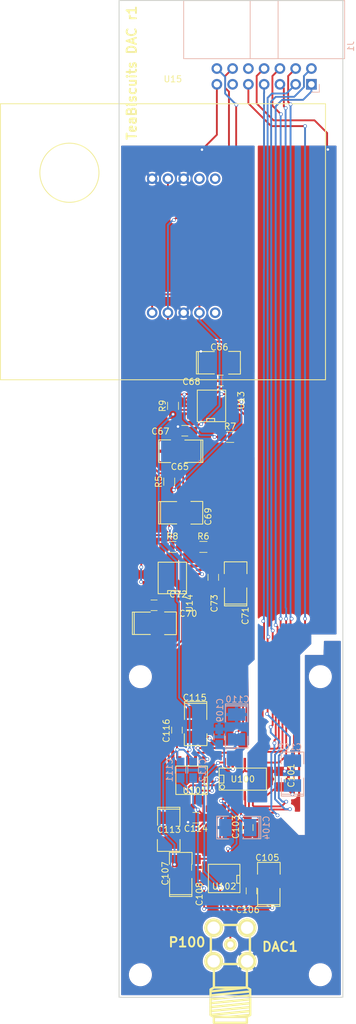
<source format=kicad_pcb>
(kicad_pcb (version 20171130) (host pcbnew 5.1.5)
  (title_block (date "lun. 30 mars 2015"))
  (layers (0 F.Cu signal) (31 B.Cu signal) (34 B.Paste user) (35 F.Paste user) (36 B.SilkS user) (37 F.SilkS user) (38 B.Mask user) (39 F.Mask user) (44 Edge.Cuts user))
  (net 0 "")
  (net 1 +10VREF)
  (net 2 -10VREF)
  (net 3 +14V)
  (net 4 -14V)
  (net 5 SCLK)
  (net 6 SDO)
  (net 7 SDIN)
  (net 8 "Net-(C69-Pad1)")
  (net 9 +5V)
  (net 10 "Net-(R6-Pad1)")
  (net 11 "Net-(R7-Pad1)")
  (net 12 "Net-(R7-Pad2)")
  (net 13 RESET1)
  (net 14 CLR1)
  (net 15 LDAC1)
  (net 16 SYNC1)
  (net 17 7VREF)
  (net 18 "Net-(U15-PadB1)")
  (net 19 "Net-(U15-PadA1)")
  (net 20 "Net-(U100-Pad1)")
  (net 21 "Net-(U100-Pad2)")
  (net 22 "Net-(U100-Pad3)")
  (net 23 "Net-(U100-Pad4)")
  (net 24 "Net-(U100-Pad16)")
  (net 25 "Net-(U100-Pad17)")
  (net 26 "Net-(P100-Pad1)")
  (net 27 GNDD)
  (net 28 "Net-(J1-Pad10)")
  (net 29 "Net-(J1-Pad11)")
  (net 30 GNDA)
  (module A9_REFERENCE:A9REFERENCE (layer F.Cu) (at 132.33 14.6 180)
    (fp_text reference U15 (at 24.60625 3.96875) (layer F.SilkS))
    (fp_text value A9_REFERENCE)
    (pad A1 thru_hole circle (at 17.78 -12.065 180) (size 1.7272 1.7272) (drill 1.016) (layers *.Cu *.Mask) (net 19 "Net-(U15-PadA1)"))
    (pad NC thru_hole circle (at 20.32 -12.065 180) (size 1.7272 1.7272) (drill 1.016) (layers *.Cu *.Mask))
    (pad A2 thru_hole circle (at 22.86 -12.065 180) (size 1.7272 1.7272) (drill 1.016) (layers *.Cu *.Mask) (net 30 GNDA))
    (pad A3 thru_hole circle (at 25.4 -12.065 180) (size 1.7272 1.7272) (drill 1.016) (layers *.Cu *.Mask) (net 17 7VREF))
    (pad A4 thru_hole circle (at 27.94 -12.065 180) (size 1.7272 1.7272) (drill 1.016) (layers *.Cu *.Mask) (net 30 GNDA))
    (pad B2 thru_hole circle (at 20.32 -33.655 180) (size 1.7272 1.7272) (drill 1.016) (layers *.Cu *.Mask) (net 3 +14V))
    (pad B3 thru_hole circle (at 22.86 -33.655 180) (size 1.7272 1.7272) (drill 1.016) (layers *.Cu *.Mask) (net 30 GNDA))
    (pad B1 thru_hole circle (at 17.78 -33.655 180) (size 1.7272 1.7272) (drill 1.016) (layers *.Cu *.Mask) (net 18 "Net-(U15-PadB1)"))
    (pad B4 thru_hole circle (at 25.4 -33.655 180) (size 1.7272 1.7272) (drill 1.016) (layers *.Cu *.Mask) (net 4 -14V))
    (pad B5 thru_hole circle (at 27.94 -33.655 180) (size 1.7272 1.7272) (drill 1.016) (layers *.Cu *.Mask) (net 3 +14V))
  )
  (module stm:SSOP-20 (layer F.Cu) (at 118.998 123.365)
    (fp_text reference U100 (at 0 0) (layer F.SilkS))
    (fp_text value AD5791)
    (pad 20 smd rect (at -2.921 -2.667) (size 0.4064 1.5) (layers F.Cu F.Paste F.Mask) (net 26 "Net-(P100-Pad1)"))
    (pad 19 smd rect (at -2.286 -2.667) (size 0.4064 1.5) (layers F.Cu F.Paste F.Mask) (net 30 GNDA))
    (pad 18 smd rect (at -1.6256 -2.667) (size 0.4064 1.5) (layers F.Cu F.Paste F.Mask) (net 4 -14V))
    (pad 17 smd rect (at -0.9652 -2.667) (size 0.4064 1.5) (layers F.Cu F.Paste F.Mask) (net 25 "Net-(U100-Pad17)"))
    (pad 16 smd rect (at -0.3302 -2.667) (size 0.4064 1.5) (layers F.Cu F.Paste F.Mask) (net 24 "Net-(U100-Pad16)"))
    (pad 15 smd rect (at 0.3302 -2.667) (size 0.4064 1.5) (layers F.Cu F.Paste F.Mask) (net 27 GNDD))
    (pad 14 smd rect (at 0.9906 -2.667) (size 0.4064 1.5) (layers F.Cu F.Paste F.Mask) (net 16 SYNC1))
    (pad 13 smd rect (at 1.6256 -2.667) (size 0.4064 1.5) (layers F.Cu F.Paste F.Mask) (net 5 SCLK))
    (pad 12 smd rect (at 2.286 -2.667) (size 0.4064 1.5) (layers F.Cu F.Paste F.Mask) (net 7 SDIN))
    (pad 11 smd rect (at 2.921 -2.667) (size 0.4064 1.5) (layers F.Cu F.Paste F.Mask) (net 6 SDO))
    (pad 10 smd rect (at 2.921 2.667) (size 0.4064 1.5) (layers F.Cu F.Paste F.Mask) (net 9 +5V))
    (pad 9 smd rect (at 2.286 2.667) (size 0.4064 1.5) (layers F.Cu F.Paste F.Mask) (net 9 +5V))
    (pad 8 smd rect (at 1.6256 2.667) (size 0.4064 1.5) (layers F.Cu F.Paste F.Mask) (net 15 LDAC1))
    (pad 7 smd rect (at 0.9906 2.667) (size 0.4064 1.5) (layers F.Cu F.Paste F.Mask) (net 14 CLR1))
    (pad 6 smd rect (at 0.3302 2.667) (size 0.4064 1.5) (layers F.Cu F.Paste F.Mask) (net 13 RESET1))
    (pad 5 smd rect (at -0.3302 2.667) (size 0.4064 1.5) (layers F.Cu F.Paste F.Mask) (net 3 +14V))
    (pad 4 smd rect (at -0.9652 2.667) (size 0.4064 1.5) (layers F.Cu F.Paste F.Mask) (net 23 "Net-(U100-Pad4)"))
    (pad 3 smd rect (at -1.6256 2.667) (size 0.4064 1.5) (layers F.Cu F.Paste F.Mask) (net 22 "Net-(U100-Pad3)"))
    (pad 2 smd rect (at -2.286 2.667) (size 0.4064 1.5) (layers F.Cu F.Paste F.Mask) (net 21 "Net-(U100-Pad2)"))
    (pad 1 smd rect (at -2.921 2.667) (size 0.4064 1.5) (layers F.Cu F.Paste F.Mask) (net 20 "Net-(U100-Pad1)"))
  )
  (module stm:SOIC-8 (layer F.Cu) (at 110.75 123.55 180)
    (fp_text reference U101 (at -0.502 -1.672) (layer F.SilkS))
    (fp_text value AD8676)
    (pad 1 smd rect (at -1.905 3.175 180) (size 0.508 1.4) (layers F.Cu F.Paste F.Mask) (net 24 "Net-(U100-Pad16)"))
    (pad 2 smd rect (at -0.635 3.175 180) (size 0.508 1.4) (layers F.Cu F.Paste F.Mask) (net 25 "Net-(U100-Pad17)"))
    (pad 3 smd rect (at 0.635 3.175 180) (size 0.508 1.4) (layers F.Cu F.Paste F.Mask) (net 2 -10VREF))
    (pad 4 smd rect (at 1.905 3.175 180) (size 0.508 1.4) (layers F.Cu F.Paste F.Mask) (net 4 -14V))
    (pad 5 smd rect (at 1.905 -3.175 180) (size 0.508 1.4) (layers F.Cu F.Paste F.Mask) (net 1 +10VREF))
    (pad 6 smd rect (at 0.635 -3.175 180) (size 0.508 1.4) (layers F.Cu F.Paste F.Mask) (net 22 "Net-(U100-Pad3)"))
    (pad 7 smd rect (at -0.635 -3.175 180) (size 0.508 1.4) (layers F.Cu F.Paste F.Mask) (net 23 "Net-(U100-Pad4)"))
    (pad 8 smd rect (at -1.9 -3.2 180) (size 0.508 1.4) (layers F.Cu F.Paste F.Mask) (net 3 +14V))
  )
  (module stm:0Ohm (layer F.Cu) (at 117.748 122.615 180)
    (fp_text reference R100 hide)
    (fp_text value 0 hide)
    (pad "" smd rect (at -0.1 0.05 180) (size 0.2 0.2) (layers F.Cu F.Paste F.Mask))
    (pad 2 smd rect (at 0.1 0.05 180) (size 0.2 0.2) (layers F.Cu F.Paste F.Mask) (net 30 GNDA))
    (pad 1 smd rect (at -0.25 0.05 180) (size 0.2 0.2) (layers F.Cu F.Paste F.Mask) (net 27 GNDD))
  )
  (module Capacitors_SMD:C_0805_HandSoldering (layer F.Cu) (at 108.39 115.48 90)
    (fp_text reference C116 (at -0.09 -1.71 90) (layer F.SilkS))
    (fp_text value 0.1uF)
    (pad 2 smd rect (at 1.25 0 90) (size 1.5 1.25) (layers F.Cu F.Paste F.Mask) (net 30 GNDA))
    (pad 1 smd rect (at -1.25 0 90) (size 1.5 1.25) (layers F.Cu F.Paste F.Mask) (net 4 -14V))
  )
  (module Capacitors_SMD:C_0805_HandSoldering (layer F.Cu) (at 111.44 129.58 180)
    (fp_text reference C114 (at 0 -1.75 180) (layer F.SilkS))
    (fp_text value 0.1uF)
    (pad 2 smd rect (at 1.25 0 180) (size 1.5 1.25) (layers F.Cu F.Paste F.Mask) (net 30 GNDA))
    (pad 1 smd rect (at -1.25 0 180) (size 1.5 1.25) (layers F.Cu F.Paste F.Mask) (net 3 +14V))
  )
  (module stm:SMD-1210_Pol (layer F.Cu) (at 111.4 114.57 270)
    (fp_text reference C115 (at -4.334 0.148 180) (layer F.SilkS))
    (fp_text value 10uF)
    (pad 2 smd rect (at 2 0 270) (size 2 2.794) (layers F.Cu F.Paste F.Mask) (net 4 -14V))
    (pad 1 smd rect (at -2 0 270) (size 2 2.794) (layers F.Cu F.Paste F.Mask) (net 30 GNDA))
  )
  (module stm:SMD-1210_Pol (layer F.Cu) (at 107.06 131.6 270)
    (fp_text reference C113 (at -0.1 -0.05) (layer F.SilkS))
    (fp_text value 10uF)
    (pad 2 smd rect (at 2 0 270) (size 2 2.794) (layers F.Cu F.Paste F.Mask) (net 30 GNDA))
    (pad 1 smd rect (at -2 0 270) (size 2 2.794) (layers F.Cu F.Paste F.Mask) (net 3 +14V))
  )
  (module Capacitors_SMD:C_0805_HandSoldering (layer B.Cu) (at 110.998 121.92 90)
    (fp_text reference C112 (at 0 1.524 -90) (layer B.SilkS) (effects (justify mirror)))
    (fp_text value 0.1uF hide)
    (pad 2 smd rect (at 1.25 0 90) (size 1.5 1.25) (layers B.Cu B.Paste B.Mask) (net 4 -14V))
    (pad 1 smd rect (at -1.25 0 90) (size 1.5 1.25) (layers B.Cu B.Paste B.Mask) (net 3 +14V))
  )
  (module Capacitors_SMD:C_0805_HandSoldering (layer B.Cu) (at 108.966 121.92 90)
    (fp_text reference C111 (at 0 -1.778 90) (layer B.SilkS) (effects (justify mirror)))
    (fp_text value 0.1uF hide)
    (pad 2 smd rect (at 1.249999 0 90) (size 1.5 1.25) (layers B.Cu B.Paste B.Mask) (net 4 -14V))
    (pad 1 smd rect (at -1.249999 0 90) (size 1.5 1.25) (layers B.Cu B.Paste B.Mask) (net 3 +14V))
  )
  (module stm:SMD-1210_Pol (layer B.Cu) (at 117.998 114.965 270)
    (fp_text reference C110 (at -4.45 -0.15) (layer B.SilkS) (effects (justify mirror)))
    (fp_text value 10uF hide)
    (pad 2 smd rect (at 2 0 270) (size 2 2.794) (layers B.Cu B.Paste B.Mask) (net 4 -14V))
    (pad 1 smd rect (at -2 0 270) (size 2 2.794) (layers B.Cu B.Paste B.Mask) (net 30 GNDA))
  )
  (module Capacitors_SMD:C_0805_HandSoldering (layer B.Cu) (at 115.198 116.565 270)
    (fp_text reference C109 (at -4.297 -0.118 90) (layer B.SilkS) (effects (justify mirror)))
    (fp_text value 0.1uF hide)
    (pad 2 smd rect (at 1.25 0 270) (size 1.5 1.25) (layers B.Cu B.Paste B.Mask) (net 4 -14V))
    (pad 1 smd rect (at -1.25 0 270) (size 1.5 1.25) (layers B.Cu B.Paste B.Mask) (net 30 GNDA))
  )
  (module stm:SMD-1210_Pol (layer B.Cu) (at 118.198 131.165 180)
    (fp_text reference C104 (at -4.602 -0.035 270) (layer B.SilkS) (effects (justify mirror)))
    (fp_text value 10uF hide)
    (pad 2 smd rect (at 2 0 180) (size 2 2.794) (layers B.Cu B.Paste B.Mask) (net 30 GNDA))
    (pad 1 smd rect (at -2 0 180) (size 2 2.794) (layers B.Cu B.Paste B.Mask) (net 3 +14V))
  )
  (module Capacitors_SMD:C_0805_HandSoldering (layer F.Cu) (at 119.798 131.165 90)
    (fp_text reference C103 (at 0.101 -1.942 270) (layer F.SilkS))
    (fp_text value 0.1uF)
    (pad 2 smd rect (at 1.25 0 90) (size 1.5 1.25) (layers F.Cu F.Paste F.Mask) (net 3 +14V))
    (pad 1 smd rect (at -1.25 0 90) (size 1.5 1.25) (layers F.Cu F.Paste F.Mask) (net 30 GNDA))
  )
  (module stm:SMD-1210_Pol (layer B.Cu) (at 127 122.4 90)
    (fp_text reference C102 (at 4.2 -0.4 180) (layer B.SilkS) (effects (justify mirror)))
    (fp_text value 10uF hide)
    (pad 2 smd rect (at 2 0 90) (size 2 2.794) (layers B.Cu B.Paste B.Mask) (net 27 GNDD))
    (pad 1 smd rect (at -2 0 90) (size 2 2.794) (layers B.Cu B.Paste B.Mask) (net 9 +5V))
  )
  (module Capacitors_SMD:C_0805_HandSoldering (layer F.Cu) (at 124.998 123.365 270)
    (fp_text reference C101 (at -0.565 -1.802 270) (layer F.SilkS))
    (fp_text value 0.1uF hide)
    (pad 2 smd rect (at 1.25 0 270) (size 1.5 1.25) (layers F.Cu F.Paste F.Mask) (net 9 +5V))
    (pad 1 smd rect (at -1.25 0 270) (size 1.5 1.25) (layers F.Cu F.Paste F.Mask) (net 27 GNDD))
  )
  (module Capacitors_SMD:C_0805_HandSoldering (layer F.Cu) (at 111.598 137.565 270)
    (fp_text reference C108 (at 4.3 -0.4 270) (layer F.SilkS))
    (fp_text value 0.1uF)
    (pad 2 smd rect (at 1.25 0 270) (size 1.5 1.25) (layers F.Cu F.Paste F.Mask) (net 30 GNDA))
    (pad 1 smd rect (at -1.25 0 270) (size 1.5 1.25) (layers F.Cu F.Paste F.Mask) (net 4 -14V))
  )
  (module Mounting_Holes:MountingHole_3.2mm_M3 (layer F.Cu) (at 102.498 106.865)
    (fp_text reference REF** hide)
    (fp_text value MountingHole_3.2mm_M3)
    (pad 1 np_thru_hole circle (at 0 0) (size 3.2 3.2) (drill 3.2) (layers *.Cu *.Mask))
  )
  (module Mounting_Holes:MountingHole_3.2mm_M3 (layer F.Cu) (at 102.498 154.865)
    (fp_text reference REF** hide)
    (fp_text value MountingHole_3.2mm_M3)
    (pad 1 np_thru_hole circle (at 0 0) (size 3.2 3.2) (drill 3.2) (layers *.Cu *.Mask))
  )
  (module Mounting_Holes:MountingHole_3.2mm_M3 (layer F.Cu) (at 131.498 154.865)
    (fp_text reference REF** hide)
    (fp_text value MountingHole_3.2mm_M3)
    (pad 1 np_thru_hole circle (at 0 0) (size 3.2 3.2) (drill 3.2) (layers *.Cu *.Mask))
  )
  (module Mounting_Holes:MountingHole_3.2mm_M3 (layer F.Cu) (at 131.498 106.865)
    (fp_text reference REF** hide)
    (fp_text value MountingHole_3.2mm_M3)
    (pad 1 np_thru_hole circle (at 0 0) (size 3.2 3.2) (drill 3.2) (layers *.Cu *.Mask))
  )
  (module stm:SMD-1210_Pol (layer F.Cu) (at 123.198 140.165 90)
    (fp_text reference C105 (at 4.15 -0.25 180) (layer F.SilkS))
    (fp_text value 10uF)
    (pad 1 smd rect (at -2 0 90) (size 2 2.794) (layers F.Cu F.Paste F.Mask) (net 3 +14V))
    (pad 2 smd rect (at 2 0 90) (size 2 2.794) (layers F.Cu F.Paste F.Mask) (net 30 GNDA))
  )
  (module stm:SMD-1210_Pol (layer F.Cu) (at 108.998 138.565 90)
    (fp_text reference C107 (at 0 -2.5 90) (layer F.SilkS))
    (fp_text value 10uF)
    (pad 1 smd rect (at -2 0 90) (size 2 2.794) (layers F.Cu F.Paste F.Mask) (net 30 GNDA))
    (pad 2 smd rect (at 2 0 90) (size 2 2.794) (layers F.Cu F.Paste F.Mask) (net 4 -14V))
  )
  (module Capacitors_SMD:C_0805_HandSoldering (layer F.Cu) (at 120.398 141.365 90)
    (fp_text reference C106 (at -3.05 -0.6 180) (layer F.SilkS))
    (fp_text value 0.1uF)
    (pad 1 smd rect (at -1.25 0 90) (size 1.5 1.25) (layers F.Cu F.Paste F.Mask) (net 3 +14V))
    (pad 2 smd rect (at 1.25 0 90) (size 1.5 1.25) (layers F.Cu F.Paste F.Mask) (net 30 GNDA))
  )
  (module stm:SMD-1210_Pol (layer F.Cu) (at 108.855 70.558 180)
    (fp_text reference C65 (at 0 -2.5 180) (layer F.SilkS))
    (fp_text value 10uF)
    (pad 1 smd rect (at -2 0 180) (size 2 2.794) (layers F.Cu F.Paste F.Mask) (net 3 +14V))
    (pad 2 smd rect (at 2 0 180) (size 2 2.794) (layers F.Cu F.Paste F.Mask) (net 30 GNDA))
  )
  (module stm:SMD-1210_Pol (layer F.Cu) (at 115.22 56.31)
    (fp_text reference C66 (at 0 -2.5) (layer F.SilkS))
    (fp_text value 10uF)
    (pad 1 smd rect (at -2 0) (size 2 2.794) (layers F.Cu F.Paste F.Mask) (net 30 GNDA))
    (pad 2 smd rect (at 2 0) (size 2 2.794) (layers F.Cu F.Paste F.Mask) (net 4 -14V))
  )
  (module Capacitors_SMD:C_0805_HandSoldering (layer F.Cu) (at 109.655 67.258 180)
    (fp_text reference C67 (at 3.935 -0.102 180) (layer F.SilkS))
    (fp_text value 0.1uF)
    (pad 1 smd rect (at -1.25 0 180) (size 1.5 1.25) (layers F.Cu F.Paste F.Mask) (net 3 +14V))
    (pad 2 smd rect (at 1.25 0 180) (size 1.5 1.25) (layers F.Cu F.Paste F.Mask) (net 30 GNDA))
  )
  (module Capacitors_SMD:C_0805_HandSoldering (layer F.Cu) (at 115.355 59.158 180)
    (fp_text reference C68 (at 4.635 -0.202 180) (layer F.SilkS))
    (fp_text value 0.1uF)
    (pad 1 smd rect (at -1.25 0 180) (size 1.5 1.25) (layers F.Cu F.Paste F.Mask) (net 4 -14V))
    (pad 2 smd rect (at 1.25 0 180) (size 1.5 1.25) (layers F.Cu F.Paste F.Mask) (net 30 GNDA))
  )
  (module stm:SMD-1210_Pol (layer F.Cu) (at 109.145 80.468)
    (fp_text reference C69 (at 4.265 0.602 270) (layer F.SilkS))
    (fp_text value 10uF)
    (pad 1 smd rect (at -2 0) (size 2 2.794) (layers F.Cu F.Paste F.Mask) (net 8 "Net-(C69-Pad1)"))
    (pad 2 smd rect (at 2 0) (size 2 2.794) (layers F.Cu F.Paste F.Mask) (net 30 GNDA))
  )
  (module stm:SMD-1210_Pol (layer F.Cu) (at 104.9 98.27)
    (fp_text reference C70 (at 5.302 -1.565) (layer F.SilkS))
    (fp_text value 10uF)
    (pad 1 smd rect (at -2 0) (size 2 2.794) (layers F.Cu F.Paste F.Mask) (net 3 +14V))
    (pad 2 smd rect (at 2 0) (size 2 2.794) (layers F.Cu F.Paste F.Mask) (net 30 GNDA))
  )
  (module stm:SMD-1210_Pol (layer F.Cu) (at 117.845 91.768 90)
    (fp_text reference C71 (at -5.302 1.565 270) (layer F.SilkS))
    (fp_text value 10uF)
    (pad 1 smd rect (at -2 0 90) (size 2 2.794) (layers F.Cu F.Paste F.Mask) (net 30 GNDA))
    (pad 2 smd rect (at 2 0 90) (size 2 2.794) (layers F.Cu F.Paste F.Mask) (net 4 -14V))
  )
  (module Capacitors_SMD:C_0805_HandSoldering (layer F.Cu) (at 104.7 95.37)
    (fp_text reference C72 (at 3.902 -1.765) (layer F.SilkS))
    (fp_text value 0.1uF)
    (pad 1 smd rect (at -1.25 0) (size 1.5 1.25) (layers F.Cu F.Paste F.Mask) (net 3 +14V))
    (pad 2 smd rect (at 1.25 0) (size 1.5 1.25) (layers F.Cu F.Paste F.Mask) (net 30 GNDA))
  )
  (module Capacitors_SMD:C_0805_HandSoldering (layer F.Cu) (at 114.245 90.868 270)
    (fp_text reference C73 (at 4.202 -0.165 90) (layer F.SilkS))
    (fp_text value 0.1uF)
    (pad 1 smd rect (at -1.25 0 270) (size 1.5 1.25) (layers F.Cu F.Paste F.Mask) (net 4 -14V))
    (pad 2 smd rect (at 1.25 0 270) (size 1.5 1.25) (layers F.Cu F.Paste F.Mask) (net 30 GNDA))
  )
  (module stm:SMA (layer F.Cu) (at 117 150 180)
    (fp_text reference P100 (at 6.998 0.365 180) (layer F.SilkS) (effects (font (size 1.524 1.524) (thickness 0.3048))))
    (fp_text value BNC hide)
    (pad 1 thru_hole circle (at 0 0 180) (size 1.99898 1.99898) (drill 1.00076) (layers *.Cu *.Mask F.SilkS) (net 26 "Net-(P100-Pad1)"))
    (pad 3 thru_hole circle (at 2.70002 -2.70002 180) (size 3 3) (drill 2) (layers *.Cu *.Mask F.SilkS))
    (pad 2 thru_hole circle (at -2.70002 -2.70002 180) (size 3 3) (drill 2) (layers *.Cu *.Mask F.SilkS) (net 30 GNDA))
    (pad 5 thru_hole circle (at -2.70002 2.70002 180) (size 3 3) (drill 2) (layers *.Cu *.Mask F.SilkS))
    (pad 4 thru_hole circle (at 2.70002 2.70002 180) (size 3 3) (drill 2) (layers *.Cu *.Mask F.SilkS))
  )
  (module Resistors_SMD:R_0805_HandSoldering (layer F.Cu) (at 107.145 75.468 90)
    (fp_text reference R5 (at 0 -1.7 270) (layer F.SilkS))
    (fp_text value 1.5k)
    (pad 1 smd rect (at -1.35 0 90) (size 1.5 1.3) (layers F.Cu F.Paste F.Mask) (net 8 "Net-(C69-Pad1)"))
    (pad 2 smd rect (at 1.35 0 90) (size 1.5 1.3) (layers F.Cu F.Paste F.Mask) (net 17 7VREF))
  )
  (module Resistors_SMD:R_0805_HandSoldering (layer F.Cu) (at 112.645 85.968)
    (fp_text reference R6 (at 0 -1.7) (layer F.SilkS))
    (fp_text value 2k5)
    (pad 1 smd rect (at -1.35 0) (size 1.5 1.3) (layers F.Cu F.Paste F.Mask) (net 10 "Net-(R6-Pad1)"))
    (pad 2 smd rect (at 1.35 0) (size 1.5 1.3) (layers F.Cu F.Paste F.Mask) (net 30 GNDA))
  )
  (module Resistors_SMD:R_0805_HandSoldering (layer F.Cu) (at 116.955 68.258)
    (fp_text reference R7 (at 0 -1.7) (layer F.SilkS))
    (fp_text value 10K)
    (pad 1 smd rect (at -1.35 0) (size 1.5 1.3) (layers F.Cu F.Paste F.Mask) (net 11 "Net-(R7-Pad1)"))
    (pad 2 smd rect (at 1.35 0) (size 1.5 1.3) (layers F.Cu F.Paste F.Mask) (net 12 "Net-(R7-Pad2)"))
  )
  (module Resistors_SMD:R_0805_HandSoldering (layer F.Cu) (at 107.645 85.968)
    (fp_text reference R8 (at 0 -1.7) (layer F.SilkS))
    (fp_text value 1K)
    (pad 1 smd rect (at -1.35 0) (size 1.5 1.3) (layers F.Cu F.Paste F.Mask) (net 1 +10VREF))
    (pad 2 smd rect (at 1.35 0) (size 1.5 1.3) (layers F.Cu F.Paste F.Mask) (net 10 "Net-(R6-Pad1)"))
  )
  (module Resistors_SMD:R_0805_HandSoldering (layer F.Cu) (at 107.755 63.258 90)
    (fp_text reference R9 (at 0 -1.7 270) (layer F.SilkS))
    (fp_text value 14K)
    (pad 1 smd rect (at -1.35 0 90) (size 1.5 1.3) (layers F.Cu F.Paste F.Mask) (net 2 -10VREF))
    (pad 2 smd rect (at 1.35 0 90) (size 1.5 1.3) (layers F.Cu F.Paste F.Mask) (net 11 "Net-(R7-Pad1)"))
  )
  (module stm:SOIC-8 (layer F.Cu) (at 115.998 139.365 180)
    (fp_text reference U102 (at 0 -1.27 180) (layer F.SilkS))
    (fp_text value AD8675)
    (pad 8 smd rect (at -1.9 -3.2 180) (size 0.508 1.4) (layers F.Cu F.Paste F.Mask))
    (pad 7 smd rect (at -0.635 -3.175 180) (size 0.508 1.4) (layers F.Cu F.Paste F.Mask) (net 3 +14V))
    (pad 6 smd rect (at 0.635 -3.175 180) (size 0.508 1.4) (layers F.Cu F.Paste F.Mask) (net 26 "Net-(P100-Pad1)"))
    (pad 5 smd rect (at 1.905 -3.175 180) (size 0.508 1.4) (layers F.Cu F.Paste F.Mask))
    (pad 4 smd rect (at 1.905 3.175 180) (size 0.508 1.4) (layers F.Cu F.Paste F.Mask) (net 4 -14V))
    (pad 3 smd rect (at 0.635 3.175 180) (size 0.508 1.4) (layers F.Cu F.Paste F.Mask) (net 21 "Net-(U100-Pad2)"))
    (pad 2 smd rect (at -0.635 3.175 180) (size 0.508 1.4) (layers F.Cu F.Paste F.Mask) (net 20 "Net-(U100-Pad1)"))
    (pad 1 smd rect (at -1.905 3.175 180) (size 0.508 1.4) (layers F.Cu F.Paste F.Mask))
  )
  (module stm:SOIC-8 (layer F.Cu) (at 113.955 63.258 90)
    (fp_text reference U13 (at 0.898 4.765 270) (layer F.SilkS))
    (fp_text value AD8676)
    (pad 8 smd rect (at -1.9 -3.2 90) (size 0.508 1.4) (layers F.Cu F.Paste F.Mask) (net 4 -14V))
    (pad 7 smd rect (at -0.635 -3.175 90) (size 0.508 1.4) (layers F.Cu F.Paste F.Mask) (net 2 -10VREF))
    (pad 6 smd rect (at 0.635 -3.175 90) (size 0.508 1.4) (layers F.Cu F.Paste F.Mask) (net 30 GNDA))
    (pad 5 smd rect (at 1.905 -3.175 90) (size 0.508 1.4) (layers F.Cu F.Paste F.Mask) (net 11 "Net-(R7-Pad1)"))
    (pad 4 smd rect (at 1.905 3.175 90) (size 0.508 1.4) (layers F.Cu F.Paste F.Mask) (net 3 +14V))
    (pad 3 smd rect (at 0.635 3.175 90) (size 0.508 1.4) (layers F.Cu F.Paste F.Mask) (net 8 "Net-(C69-Pad1)"))
    (pad 2 smd rect (at -0.635 3.175 90) (size 0.508 1.4) (layers F.Cu F.Paste F.Mask) (net 12 "Net-(R7-Pad2)"))
    (pad 1 smd rect (at -1.905 3.175 90) (size 0.508 1.4) (layers F.Cu F.Paste F.Mask) (net 12 "Net-(R7-Pad2)"))
  )
  (module stm:SOIC-8 (layer F.Cu) (at 107.645 90.968 90)
    (fp_text reference U14 (at -4.102 2.765 270) (layer F.SilkS))
    (fp_text value AD8675)
    (pad 8 smd rect (at -1.9 -3.2 90) (size 0.508 1.4) (layers F.Cu F.Paste F.Mask))
    (pad 7 smd rect (at -0.635 -3.175 90) (size 0.508 1.4) (layers F.Cu F.Paste F.Mask) (net 3 +14V))
    (pad 6 smd rect (at 0.635 -3.175 90) (size 0.508 1.4) (layers F.Cu F.Paste F.Mask) (net 1 +10VREF))
    (pad 5 smd rect (at 1.905 -3.175 90) (size 0.508 1.4) (layers F.Cu F.Paste F.Mask))
    (pad 4 smd rect (at 1.905 3.175 90) (size 0.508 1.4) (layers F.Cu F.Paste F.Mask) (net 4 -14V))
    (pad 3 smd rect (at 0.635 3.175 90) (size 0.508 1.4) (layers F.Cu F.Paste F.Mask) (net 8 "Net-(C69-Pad1)"))
    (pad 2 smd rect (at -0.635 3.175 90) (size 0.508 1.4) (layers F.Cu F.Paste F.Mask) (net 10 "Net-(R6-Pad1)"))
    (pad 1 smd rect (at -1.905 3.175 90) (size 0.508 1.4) (layers F.Cu F.Paste F.Mask))
  )
  (module Connector_IDC:IDC-Header_2x07_P2.54mm_Horizontal (layer B.Cu) (at 130.06 11.47 90)
    (fp_text reference J1 (at 6.105 6.35 270) (layer B.SilkS) (effects (justify mirror)))
    (fp_text value Conn_01x14)
    (pad 1 thru_hole rect (at 0 0 90) (size 1.7272 1.7272) (drill 1.016) (layers *.Cu *.Mask) (net 13 RESET1))
    (pad 2 thru_hole oval (at 2.54 0 90) (size 1.7272 1.7272) (drill 1.016) (layers *.Cu *.Mask) (net 14 CLR1))
    (pad 3 thru_hole oval (at 0 -2.54 90) (size 1.7272 1.7272) (drill 1.016) (layers *.Cu *.Mask) (net 15 LDAC1))
    (pad 4 thru_hole oval (at 2.54 -2.54 90) (size 1.7272 1.7272) (drill 1.016) (layers *.Cu *.Mask) (net 6 SDO))
    (pad 5 thru_hole oval (at 0 -5.08 90) (size 1.7272 1.7272) (drill 1.016) (layers *.Cu *.Mask) (net 7 SDIN))
    (pad 6 thru_hole oval (at 2.54 -5.08 90) (size 1.7272 1.7272) (drill 1.016) (layers *.Cu *.Mask) (net 5 SCLK))
    (pad 7 thru_hole oval (at 0 -7.62 90) (size 1.7272 1.7272) (drill 1.016) (layers *.Cu *.Mask) (net 16 SYNC1))
    (pad 8 thru_hole oval (at 2.54 -7.62 90) (size 1.7272 1.7272) (drill 1.016) (layers *.Cu *.Mask) (net 27 GNDD))
    (pad 9 thru_hole oval (at 0 -10.16 90) (size 1.7272 1.7272) (drill 1.016) (layers *.Cu *.Mask) (net 9 +5V))
    (pad 10 thru_hole oval (at 2.54 -10.16 90) (size 1.7272 1.7272) (drill 1.016) (layers *.Cu *.Mask) (net 28 "Net-(J1-Pad10)"))
    (pad 11 thru_hole oval (at 0 -12.7 90) (size 1.7272 1.7272) (drill 1.016) (layers *.Cu *.Mask) (net 29 "Net-(J1-Pad11)"))
    (pad 12 thru_hole oval (at 2.54 -12.7 90) (size 1.7272 1.7272) (drill 1.016) (layers *.Cu *.Mask) (net 4 -14V))
    (pad 13 thru_hole oval (at 0 -15.24 90) (size 1.7272 1.7272) (drill 1.016) (layers *.Cu *.Mask) (net 30 GNDA))
    (pad 14 thru_hole oval (at 2.54 -15.24 90) (size 1.7272 1.7272) (drill 1.016) (layers *.Cu *.Mask) (net 3 +14V))
  )
  (gr_line (start 99.06 -2.032) (end 135.128 -2.032) (layer Edge.Cuts) (width 0.15))
  (gr_line (start 99.06 158.496) (end 99.06 -2.032) (layer Edge.Cuts) (width 0.15))
  (gr_line (start 135.128 158.496) (end 99.06 158.496) (layer Edge.Cuts) (width 0.15))
  (gr_line (start 135.128 158.496) (end 135.128 -2.032) (layer Edge.Cuts) (width 0.15))
  (gr_text "TeaBiscuits DAC r1" (at 101.1 9.62 90) (layer F.SilkS) (effects (font (size 1.5 1.5) (thickness 0.3))))
  (gr_text DAC1 (at 124.998 150.365) (layer F.SilkS) (effects (font (size 1.5 1.5) (thickness 0.3))))
  (segment (start 106.295 85.968) (end 106.295 89.818) (width 0.3) (layer F.Cu) (net 1))
  (segment (start 105.745 90.368) (end 104.505 90.368) (width 0.3) (layer F.Cu) (net 1))
  (segment (start 106.295 89.818) (end 105.745 90.368) (width 0.3) (layer F.Cu) (net 1))
  (segment (start 104.505 90.368) (end 104.47 90.333) (width 0.3) (layer F.Cu) (net 1))
  (segment (start 107.055999 125.489999) (end 107.055999 103.154001) (width 0.3) (layer F.Cu) (net 1))
  (segment (start 108.845 126.725) (end 108.291 126.725) (width 0.3) (layer F.Cu) (net 1))
  (segment (start 108.291 126.725) (end 107.055999 125.489999) (width 0.3) (layer F.Cu) (net 1))
  (segment (start 107.055999 103.154001) (end 109.2 101.01) (width 0.3) (layer F.Cu) (net 1))
  (segment (start 105.47 90.333) (end 104.47 90.333) (width 0.3) (layer F.Cu) (net 1))
  (segment (start 109.2 94.063) (end 105.47 90.333) (width 0.3) (layer F.Cu) (net 1))
  (segment (start 109.2 101.01) (end 109.2 94.063) (width 0.3) (layer F.Cu) (net 1))
  (segment (start 109.22 63.893) (end 110.78 63.893) (width 0.3) (layer F.Cu) (net 2))
  (segment (start 107.755 64.608) (end 108.47 63.893) (width 0.3) (layer F.Cu) (net 2))
  (segment (start 108.47 63.893) (end 110.78 63.893) (width 0.3) (layer F.Cu) (net 2))
  (segment (start 110.78 63.893) (end 109.79 63.893) (width 0.3) (layer F.Cu) (net 2))
  (segment (start 110.113 120.44) (end 110.113 119.75) (width 0.3) (layer F.Cu) (net 2))
  (segment (start 110.115 120.375) (end 110.115 118.945) (width 0.3) (layer F.Cu) (net 2))
  (via (at 110.42 118.64) (size 0.6) (drill 0.4) (layers F.Cu B.Cu) (net 2))
  (segment (start 110.115 118.945) (end 110.42 118.64) (width 0.3) (layer F.Cu) (net 2))
  (segment (start 110.42 111.915798) (end 108.74 110.235798) (width 0.3) (layer B.Cu) (net 2))
  (segment (start 110.42 118.64) (end 110.42 111.915798) (width 0.3) (layer B.Cu) (net 2))
  (segment (start 108.74 95.020202) (end 108.38 94.660202) (width 0.3) (layer B.Cu) (net 2))
  (segment (start 108.74 110.235798) (end 108.74 95.020202) (width 0.3) (layer B.Cu) (net 2))
  (segment (start 108.38 94.660202) (end 108.38 88.36) (width 0.3) (layer B.Cu) (net 2))
  (segment (start 108.38 88.36) (end 105.44 85.42) (width 0.3) (layer B.Cu) (net 2))
  (via (at 107.755 64.608) (size 0.6) (drill 0.4) (layers F.Cu B.Cu) (net 2))
  (segment (start 105.44 85.42) (end 105.44 66.923) (width 0.3) (layer B.Cu) (net 2))
  (segment (start 105.44 66.923) (end 107.755 64.608) (width 0.3) (layer B.Cu) (net 2))
  (segment (start 112.776 144.272) (end 112.776 140.97) (width 0.3) (layer F.Cu) (net 3))
  (via (at 112.776 144.272) (size 0.6) (drill 0.4) (layers F.Cu B.Cu) (net 3))
  (segment (start 111.76 139.954) (end 111.76 128.27) (width 0.3) (layer B.Cu) (net 3))
  (segment (start 112.776 140.97) (end 111.76 139.954) (width 0.3) (layer B.Cu) (net 3))
  (via (at 112.776 140.97) (size 0.6) (drill 0.4) (layers F.Cu B.Cu) (net 3))
  (segment (start 108.966 123.698) (end 109.849883 124.581883) (width 0.3) (layer B.Cu) (net 3))
  (segment (start 109.849883 124.581883) (end 110.998 125.73) (width 0.3) (layer B.Cu) (net 3))
  (segment (start 108.966 123.698) (end 108.966 123.169999) (width 0.3) (layer B.Cu) (net 3))
  (segment (start 112.69 129.58) (end 112.69 129.2) (width 0.3) (layer F.Cu) (net 3))
  (segment (start 112.69 129.2) (end 111.76 128.27) (width 0.3) (layer F.Cu) (net 3))
  (via (at 111.76 128.27) (size 0.6) (drill 0.4) (layers F.Cu B.Cu) (net 3))
  (segment (start 111.76 128.27) (end 110.998 127.508) (width 0.3) (layer B.Cu) (net 3))
  (segment (start 110.998 127.508) (end 110.998 125.73) (width 0.3) (layer B.Cu) (net 3))
  (segment (start 110.998 125.73) (end 110.998 123.17) (width 0.3) (layer B.Cu) (net 3))
  (segment (start 107.06 129.6) (end 107.06 129.666) (width 0.3) (layer F.Cu) (net 3))
  (segment (start 107.06 129.666) (end 108.712 131.318) (width 0.3) (layer F.Cu) (net 3))
  (segment (start 108.712 131.318) (end 111.76 131.318) (width 0.3) (layer F.Cu) (net 3))
  (segment (start 111.76 131.318) (end 112.69 130.388) (width 0.3) (layer F.Cu) (net 3))
  (segment (start 112.69 130.388) (end 112.69 129.58) (width 0.3) (layer F.Cu) (net 3))
  (segment (start 112.65 126.75) (end 112.65 129.54) (width 0.3) (layer F.Cu) (net 3))
  (segment (start 112.65 129.54) (end 112.69 129.58) (width 0.3) (layer F.Cu) (net 3))
  (segment (start 118.7178 129.2848) (end 118.798 129.365) (width 0.3) (layer F.Cu) (net 3))
  (segment (start 118.6678 126.032) (end 118.7178 129.2848) (width 0.3) (layer F.Cu) (net 3))
  (segment (start 118.798 129.365) (end 120.198 129.915) (width 0.3) (layer F.Cu) (net 3))
  (segment (start 120.198 130.615) (end 120.198 131.165) (width 0.3) (layer B.Cu) (net 3))
  (segment (start 119.798 129.915) (end 119.848 129.965) (width 0.3) (layer F.Cu) (net 3))
  (segment (start 118.798 129.765) (end 120.198 131.165) (width 0.3) (layer B.Cu) (net 3))
  (via (at 118.798 129.365) (size 0.6) (drill 0.4) (layers F.Cu B.Cu) (net 3))
  (segment (start 118.798 129.365) (end 118.798 129.765) (width 0.3) (layer B.Cu) (net 3))
  (segment (start 122.548 129.915) (end 119.798 129.915) (width 0.3) (layer F.Cu) (net 3))
  (segment (start 125.498 132.865) (end 125.498 141.865) (width 0.3) (layer F.Cu) (net 3))
  (segment (start 125.498 132.865) (end 122.548 129.915) (width 0.3) (layer F.Cu) (net 3))
  (segment (start 124.848 142.515) (end 125.498 141.865) (width 0.3) (layer F.Cu) (net 3))
  (segment (start 124.848 142.515) (end 123.548 142.515) (width 0.3) (layer F.Cu) (net 3))
  (segment (start 123.548 142.515) (end 123.198 142.165) (width 0.3) (layer F.Cu) (net 3))
  (segment (start 116.633 142.54) (end 116.633 143.23) (width 0.3) (layer F.Cu) (net 3))
  (segment (start 123.198 142.165) (end 123.198 143.565) (width 0.3) (layer F.Cu) (net 3))
  (segment (start 123.198 143.565) (end 123.748 144.115) (width 0.3) (layer F.Cu) (net 3))
  (segment (start 123.898 142.865) (end 123.198 142.165) (width 0.3) (layer F.Cu) (net 3))
  (segment (start 110.905 67.258) (end 110.755 67.108) (width 0.3) (layer F.Cu) (net 3))
  (segment (start 110.855 70.558) (end 110.905 70.508) (width 0.3) (layer F.Cu) (net 3))
  (segment (start 110.905 70.508) (end 110.905 67.258) (width 0.3) (layer F.Cu) (net 3))
  (segment (start 124.848 142.515) (end 123.698 142.515) (width 0.3) (layer F.Cu) (net 3))
  (segment (start 120.698 142.565) (end 123.648 142.565) (width 0.3) (layer F.Cu) (net 3))
  (segment (start 123.648 142.565) (end 123.698 142.515) (width 0.3) (layer F.Cu) (net 3))
  (segment (start 120.698 142.565) (end 120.698 142.665) (width 0.3) (layer F.Cu) (net 3))
  (segment (start 120.698 142.665) (end 118.998 144.365) (width 0.3) (layer F.Cu) (net 3))
  (segment (start 118.998 144.365) (end 117.498 144.365) (width 0.3) (layer F.Cu) (net 3))
  (segment (start 117.498 144.365) (end 116.633 143.5) (width 0.3) (layer F.Cu) (net 3))
  (segment (start 116.633 143.5) (end 116.633 142.54) (width 0.3) (layer F.Cu) (net 3))
  (segment (start 103.45 94.445) (end 103.45 95.37) (width 0.3) (layer F.Cu) (net 3))
  (segment (start 103.007 91.603) (end 103.007 94.002) (width 0.3) (layer F.Cu) (net 3))
  (segment (start 103.007 91.603) (end 104.47 91.603) (width 0.3) (layer F.Cu) (net 3))
  (segment (start 103.007 94.002) (end 103.45 94.445) (width 0.3) (layer F.Cu) (net 3))
  (segment (start 103.45 97.72) (end 102.9 98.27) (width 0.3) (layer F.Cu) (net 3))
  (segment (start 103.45 95.37) (end 103.45 97.72) (width 0.3) (layer F.Cu) (net 3))
  (segment (start 103.007 91.603) (end 102.607 91.603) (width 0.3) (layer F.Cu) (net 3))
  (segment (start 102.607 91.603) (end 102.59 91.62) (width 0.3) (layer F.Cu) (net 3))
  (via (at 102.607 91.603) (size 0.6) (drill 0.4) (layers F.Cu B.Cu) (net 3))
  (via (at 102.64 89.23) (size 0.6) (drill 0.4) (layers F.Cu B.Cu) (net 3))
  (segment (start 102.607 91.603) (end 102.607 89.263) (width 0.3) (layer B.Cu) (net 3))
  (segment (start 102.607 89.263) (end 102.64 89.23) (width 0.3) (layer B.Cu) (net 3))
  (segment (start 109.4 73.91) (end 110.855 72.455) (width 0.3) (layer F.Cu) (net 3))
  (segment (start 110.855 72.455) (end 110.855 70.558) (width 0.3) (layer F.Cu) (net 3))
  (segment (start 102.64 89.23) (end 102.64 84.92) (width 0.3) (layer F.Cu) (net 3))
  (segment (start 103.382 84.068) (end 107.612 84.068) (width 0.3) (layer F.Cu) (net 3))
  (segment (start 109.4 82.28) (end 109.4 73.91) (width 0.3) (layer F.Cu) (net 3))
  (segment (start 107.612 84.068) (end 109.4 82.28) (width 0.3) (layer F.Cu) (net 3))
  (segment (start 103.382 84.178) (end 102.64 84.92) (width 0.3) (layer F.Cu) (net 3))
  (segment (start 103.382 84.068) (end 103.382 84.178) (width 0.3) (layer F.Cu) (net 3))
  (segment (start 105.363 128.3) (end 106.663 129.6) (width 0.3) (layer F.Cu) (net 3))
  (segment (start 105.363 102.43) (end 105.363 128.3) (width 0.3) (layer F.Cu) (net 3))
  (segment (start 106.663 129.6) (end 107.06 129.6) (width 0.3) (layer F.Cu) (net 3))
  (segment (start 102.9 99.967) (end 105.363 102.43) (width 0.3) (layer F.Cu) (net 3))
  (segment (start 102.9 98.27) (end 102.9 99.967) (width 0.3) (layer F.Cu) (net 3))
  (via (at 123.748 144.115) (size 0.6) (drill 0.4) (layers F.Cu B.Cu) (net 3))
  (segment (start 112.933 144.115) (end 112.776 144.272) (width 0.3) (layer B.Cu) (net 3))
  (segment (start 123.748 144.115) (end 112.933 144.115) (width 0.3) (layer B.Cu) (net 3))
  (segment (start 112.01 48.255) (end 112.01 45.77) (width 0.3) (layer F.Cu) (net 3))
  (segment (start 112.01 45.77) (end 111.54 45.3) (width 0.3) (layer F.Cu) (net 3))
  (segment (start 104.39 47.033686) (end 104.44 46.983686) (width 0.3) (layer F.Cu) (net 3))
  (segment (start 104.39 48.255) (end 104.39 47.033686) (width 0.3) (layer F.Cu) (net 3))
  (segment (start 104.44 46.983686) (end 104.44 45.86) (width 0.3) (layer F.Cu) (net 3))
  (segment (start 105 45.3) (end 107.79 45.3) (width 0.3) (layer F.Cu) (net 3))
  (segment (start 104.44 45.86) (end 105 45.3) (width 0.3) (layer F.Cu) (net 3))
  (segment (start 111.54 45.3) (end 107.79 45.3) (width 0.3) (layer F.Cu) (net 3))
  (segment (start 107.79 45.3) (end 107.59 45.3) (width 0.3) (layer F.Cu) (net 3))
  (segment (start 112.01 48.255) (end 112.01 39.12) (width 0.3) (layer F.Cu) (net 3))
  (segment (start 117.933601 33.196399) (end 117.933601 14.716399) (width 0.3) (layer F.Cu) (net 3))
  (segment (start 112.01 39.12) (end 117.933601 33.196399) (width 0.3) (layer F.Cu) (net 3))
  (segment (start 112.01 49.476314) (end 115.25 52.716314) (width 0.3) (layer B.Cu) (net 3))
  (segment (start 112.01 48.255) (end 112.01 49.476314) (width 0.3) (layer B.Cu) (net 3))
  (via (at 112.3 66.19) (size 0.6) (drill 0.4) (layers F.Cu B.Cu) (net 3))
  (segment (start 115.25 52.716314) (end 115.25 63.24) (width 0.3) (layer B.Cu) (net 3))
  (segment (start 115.25 63.24) (end 112.3 66.19) (width 0.3) (layer B.Cu) (net 3))
  (segment (start 111.973 66.19) (end 110.905 67.258) (width 0.3) (layer F.Cu) (net 3))
  (segment (start 112.3 66.19) (end 111.973 66.19) (width 0.3) (layer F.Cu) (net 3))
  (via (at 117.96 14.77) (size 0.6) (drill 0.4) (layers F.Cu B.Cu) (net 3))
  (segment (start 117.933601 14.716399) (end 117.933601 14.743601) (width 0.3) (layer F.Cu) (net 3))
  (segment (start 117.933601 14.743601) (end 117.96 14.77) (width 0.3) (layer F.Cu) (net 3))
  (segment (start 116.156399 10.266399) (end 115.683599 9.793599) (width 0.3) (layer B.Cu) (net 3))
  (segment (start 116.156399 12.966399) (end 116.156399 10.266399) (width 0.3) (layer B.Cu) (net 3))
  (segment (start 115.683599 9.793599) (end 114.82 8.93) (width 0.3) (layer B.Cu) (net 3))
  (segment (start 117.96 14.77) (end 116.156399 12.966399) (width 0.3) (layer B.Cu) (net 3))
  (via (at 115.57 61.3664) (size 0.6) (drill 0.4) (layers F.Cu B.Cu) (net 3))
  (segment (start 115.25 63.24) (end 115.25 61.6864) (width 0.3) (layer B.Cu) (net 3))
  (segment (start 115.25 61.6864) (end 115.57 61.3664) (width 0.3) (layer B.Cu) (net 3))
  (segment (start 117.1166 61.3664) (end 117.13 61.353) (width 0.3) (layer F.Cu) (net 3))
  (segment (start 115.57 61.3664) (end 117.1166 61.3664) (width 0.3) (layer F.Cu) (net 3))
  (segment (start 107.998 137.115) (end 107.998 133.906) (width 0.3) (layer B.Cu) (net 4))
  (segment (start 106.172 120.904) (end 108.458 118.618) (width 0.3) (layer B.Cu) (net 4))
  (segment (start 106.172 132.08) (end 106.172 120.904) (width 0.3) (layer B.Cu) (net 4))
  (segment (start 107.998 133.906) (end 106.172 132.08) (width 0.3) (layer B.Cu) (net 4))
  (segment (start 108.458 118.618) (end 108.458 120.162001) (width 0.3) (layer B.Cu) (net 4))
  (segment (start 108.458 120.162001) (end 108.966 120.670001) (width 0.3) (layer B.Cu) (net 4))
  (segment (start 110.998 120.67) (end 110.998 120.142) (width 0.3) (layer B.Cu) (net 4))
  (segment (start 110.998 120.142) (end 109.474 118.618) (width 0.3) (layer B.Cu) (net 4))
  (segment (start 109.474 118.618) (end 108.458 118.618) (width 0.3) (layer B.Cu) (net 4))
  (via (at 108.458 118.618) (size 0.6) (drill 0.4) (layers F.Cu B.Cu) (net 4))
  (segment (start 108.458 118.618) (end 108.39 118.618) (width 0.3) (layer F.Cu) (net 4))
  (segment (start 108.39 118.618) (end 108.458 118.618) (width 0.3) (layer F.Cu) (net 4))
  (segment (start 108.458 118.618) (end 108.39 118.618) (width 0.3) (layer F.Cu) (net 4))
  (segment (start 108.39 116.73) (end 108.39 118.618) (width 0.3) (layer F.Cu) (net 4))
  (segment (start 108.39 118.618) (end 108.39 119.92) (width 0.3) (layer F.Cu) (net 4))
  (segment (start 108.39 119.92) (end 108.845 120.375) (width 0.3) (layer F.Cu) (net 4))
  (segment (start 111.4 116.57) (end 108.55 116.57) (width 0.3) (layer F.Cu) (net 4))
  (segment (start 108.55 116.57) (end 108.39 116.73) (width 0.3) (layer F.Cu) (net 4))
  (segment (start 115.198 117.815) (end 114.655 117.815) (width 0.3) (layer B.Cu) (net 4))
  (segment (start 114.655 117.815) (end 113.65 116.81) (width 0.3) (layer B.Cu) (net 4))
  (segment (start 113.41 116.57) (end 111.4 116.57) (width 0.3) (layer F.Cu) (net 4))
  (segment (start 113.65 116.81) (end 113.41 116.57) (width 0.3) (layer F.Cu) (net 4))
  (via (at 113.65 116.81) (size 0.6) (drill 0.4) (layers F.Cu B.Cu) (net 4))
  (segment (start 111.648 116.965) (end 111.998 116.615) (width 0.3) (layer F.Cu) (net 4))
  (segment (start 111.998 116.615) (end 112.048 116.615) (width 0.3) (layer F.Cu) (net 4))
  (segment (start 111.398 116.565) (end 111.798 116.565) (width 0.3) (layer F.Cu) (net 4))
  (segment (start 117.498 118.365) (end 118.998 116.865) (width 0.3) (layer B.Cu) (net 4))
  (segment (start 115.998 118.365) (end 117.498 118.365) (width 0.3) (layer B.Cu) (net 4))
  (segment (start 115.998 118.365) (end 114.998 118.365) (width 0.3) (layer B.Cu) (net 4))
  (segment (start 116.598 121.765) (end 115.998 121.165) (width 0.3) (layer B.Cu) (net 4))
  (segment (start 117.398 121.765) (end 116.598 121.765) (width 0.3) (layer B.Cu) (net 4))
  (via (at 117.398 121.765) (size 0.6) (drill 0.4) (layers F.Cu B.Cu) (net 4))
  (segment (start 117.398 120.7236) (end 117.398 121.765) (width 0.3) (layer F.Cu) (net 4))
  (segment (start 117.3724 120.698) (end 117.398 120.7236) (width 0.3) (layer F.Cu) (net 4))
  (segment (start 117.998 116.965) (end 117.148 117.815) (width 0.3) (layer B.Cu) (net 4))
  (segment (start 111.473 135.89) (end 110.998 136.365) (width 0.3) (layer F.Cu) (net 4))
  (segment (start 111.173 136.19) (end 110.998 136.365) (width 0.3) (layer F.Cu) (net 4))
  (segment (start 114.093 136.19) (end 111.173 136.19) (width 0.3) (layer F.Cu) (net 4))
  (segment (start 108.748 136.365) (end 107.998 137.115) (width 0.3) (layer F.Cu) (net 4))
  (segment (start 110.998 136.365) (end 108.748 136.365) (width 0.3) (layer F.Cu) (net 4))
  (segment (start 108.448 137.115) (end 108.998 136.565) (width 0.3) (layer F.Cu) (net 4))
  (segment (start 107.998 137.115) (end 108.448 137.115) (width 0.3) (layer F.Cu) (net 4))
  (via (at 107.998 137.115) (size 0.6) (drill 0.4) (layers F.Cu B.Cu) (net 4))
  (segment (start 115.748 118.365) (end 115.198 117.815) (width 0.3) (layer B.Cu) (net 4))
  (segment (start 115.998 118.365) (end 115.748 118.365) (width 0.3) (layer B.Cu) (net 4))
  (segment (start 115.748 118.365) (end 115.198 117.815) (width 0.3) (layer B.Cu) (net 4))
  (segment (start 115.998 118.615) (end 115.748 118.365) (width 0.3) (layer B.Cu) (net 4))
  (segment (start 115.998 121.165) (end 115.998 118.615) (width 0.3) (layer B.Cu) (net 4))
  (segment (start 117.845 74.068) (end 117.845 73.768) (width 0.3) (layer F.Cu) (net 4))
  (segment (start 117.845 80.468) (end 117.845 74.068) (width 0.3) (layer F.Cu) (net 4))
  (segment (start 117.845 74.068) (end 117.845 74.018) (width 0.3) (layer F.Cu) (net 4))
  (via (at 107.998 137.115) (size 0.6) (drill 0.4) (layers F.Cu B.Cu) (net 4))
  (segment (start 107.998 137.115) (end 108.448 137.115) (width 0.3) (layer F.Cu) (net 4))
  (segment (start 108.448 137.115) (end 108.998 136.565) (width 0.3) (layer F.Cu) (net 4))
  (segment (start 117.745 80.368) (end 117.845 80.468) (width 0.3) (layer F.Cu) (net 4))
  (segment (start 117.845 80.468) (end 117.845 89.768) (width 0.3) (layer F.Cu) (net 4))
  (segment (start 117.13 59.683) (end 116.605 59.158) (width 0.3) (layer F.Cu) (net 4))
  (segment (start 114.645 89.968) (end 118.395 89.968) (width 0.3) (layer F.Cu) (net 4))
  (segment (start 118.395 89.968) (end 118.645 89.718) (width 0.3) (layer F.Cu) (net 4))
  (segment (start 110.82 89.063) (end 113.74 89.063) (width 0.3) (layer F.Cu) (net 4))
  (segment (start 113.74 89.063) (end 114.645 89.968) (width 0.3) (layer F.Cu) (net 4))
  (segment (start 118.395 89.968) (end 118.645 89.718) (width 0.3) (layer F.Cu) (net 4))
  (segment (start 110.998 136.365) (end 108.748 136.365) (width 0.3) (layer F.Cu) (net 4))
  (segment (start 108.748 136.365) (end 107.998 137.115) (width 0.3) (layer F.Cu) (net 4))
  (segment (start 114.093 136.19) (end 111.173 136.19) (width 0.3) (layer F.Cu) (net 4))
  (segment (start 111.173 136.19) (end 110.998 136.365) (width 0.3) (layer F.Cu) (net 4))
  (segment (start 111.473 135.89) (end 110.998 136.365) (width 0.3) (layer F.Cu) (net 4))
  (segment (start 117.22 58.543) (end 116.605 59.158) (width 0.3) (layer F.Cu) (net 4))
  (segment (start 117.22 56.31) (end 117.22 58.543) (width 0.3) (layer F.Cu) (net 4))
  (segment (start 118.52 56.31) (end 120.46 58.25) (width 0.3) (layer F.Cu) (net 4))
  (segment (start 117.22 56.31) (end 118.52 56.31) (width 0.3) (layer F.Cu) (net 4))
  (segment (start 120.46 71.153) (end 117.845 73.768) (width 0.3) (layer F.Cu) (net 4))
  (segment (start 120.46 58.25) (end 120.46 71.153) (width 0.3) (layer F.Cu) (net 4))
  (via (at 118.03 115.9) (size 0.6) (drill 0.4) (layers F.Cu B.Cu) (net 4))
  (segment (start 118.03 116.933) (end 117.998 116.965) (width 0.3) (layer B.Cu) (net 4))
  (segment (start 118.03 115.9) (end 118.03 116.933) (width 0.3) (layer B.Cu) (net 4))
  (segment (start 117.22 54.613) (end 115.507 52.9) (width 0.3) (layer F.Cu) (net 4))
  (segment (start 117.22 56.31) (end 117.22 54.613) (width 0.3) (layer F.Cu) (net 4))
  (segment (start 115.507 52.9) (end 109.22 52.9) (width 0.3) (layer F.Cu) (net 4))
  (segment (start 106.93 50.61) (end 106.93 48.255) (width 0.3) (layer F.Cu) (net 4))
  (segment (start 109.22 52.9) (end 106.93 50.61) (width 0.3) (layer F.Cu) (net 4))
  (segment (start 106.93 48.255) (end 106.93 34.13) (width 0.3) (layer B.Cu) (net 4))
  (via (at 107.89 33.33) (size 0.6) (drill 0.4) (layers F.Cu B.Cu) (net 4))
  (segment (start 106.93 34.13) (end 107.73 33.33) (width 0.3) (layer B.Cu) (net 4))
  (segment (start 107.73 33.33) (end 107.89 33.33) (width 0.3) (layer B.Cu) (net 4))
  (segment (start 116.496401 9.793599) (end 117.36 8.93) (width 0.3) (layer F.Cu) (net 4))
  (segment (start 116.156399 10.133601) (end 116.496401 9.793599) (width 0.3) (layer F.Cu) (net 4))
  (segment (start 116.156399 12.047729) (end 116.156399 10.133601) (width 0.3) (layer F.Cu) (net 4))
  (segment (start 108.189999 33.030001) (end 109.966329 33.030001) (width 0.3) (layer F.Cu) (net 4))
  (segment (start 107.89 33.33) (end 108.189999 33.030001) (width 0.3) (layer F.Cu) (net 4))
  (segment (start 109.966329 33.030001) (end 116.77 26.22633) (width 0.3) (layer F.Cu) (net 4))
  (segment (start 116.77 26.22633) (end 116.77 12.66133) (width 0.3) (layer F.Cu) (net 4))
  (segment (start 116.77 12.66133) (end 116.156399 12.047729) (width 0.3) (layer F.Cu) (net 4))
  (segment (start 119.045 114.885) (end 118.03 115.9) (width 0.3) (layer F.Cu) (net 4))
  (segment (start 119.045 103.967) (end 119.045 114.885) (width 0.3) (layer F.Cu) (net 4))
  (segment (start 119.582001 103.429999) (end 119.045 103.967) (width 0.3) (layer F.Cu) (net 4))
  (segment (start 119.582001 91.134001) (end 119.582001 103.429999) (width 0.3) (layer F.Cu) (net 4))
  (segment (start 118.216 89.768) (end 117.845 89.768) (width 0.3) (layer F.Cu) (net 4))
  (segment (start 119.582001 91.134001) (end 118.216 89.768) (width 0.3) (layer F.Cu) (net 4))
  (segment (start 116.605 60.083) (end 116.236 60.452) (width 0.3) (layer F.Cu) (net 4))
  (segment (start 116.605 59.158) (end 116.605 60.083) (width 0.3) (layer F.Cu) (net 4))
  (segment (start 115.537198 60.452) (end 112.014 63.975198) (width 0.3) (layer F.Cu) (net 4))
  (segment (start 116.236 60.452) (end 115.537198 60.452) (width 0.3) (layer F.Cu) (net 4))
  (segment (start 111.755 65.158) (end 110.755 65.158) (width 0.3) (layer F.Cu) (net 4))
  (segment (start 112.014 64.899) (end 111.755 65.158) (width 0.3) (layer F.Cu) (net 4))
  (segment (start 112.014 63.975198) (end 112.014 64.899) (width 0.3) (layer F.Cu) (net 4))
  (via (at 125.098 97.536) (size 0.6) (drill 0.4) (layers F.Cu B.Cu) (net 5))
  (via (at 125.15 16.29) (size 0.6) (drill 0.4) (layers F.Cu B.Cu) (net 5))
  (segment (start 124.116401 9.793599) (end 124.98 8.93) (width 0.3) (layer F.Cu) (net 5))
  (segment (start 123.776399 10.133601) (end 124.116401 9.793599) (width 0.3) (layer F.Cu) (net 5))
  (segment (start 123.776399 14.916399) (end 123.776399 10.133601) (width 0.3) (layer F.Cu) (net 5))
  (segment (start 125.15 16.29) (end 123.776399 14.916399) (width 0.3) (layer F.Cu) (net 5))
  (segment (start 120.6236 119.4394) (end 120.6236 120.698) (width 0.3) (layer F.Cu) (net 5))
  (segment (start 121.598002 118.464998) (end 120.6236 119.4394) (width 0.3) (layer F.Cu) (net 5))
  (segment (start 125.098 97.536) (end 125.098 100.153066) (width 0.3) (layer F.Cu) (net 5))
  (segment (start 124.798 100.453066) (end 124.798 118.165) (width 0.3) (layer F.Cu) (net 5))
  (segment (start 125.098 100.153066) (end 124.798 100.453066) (width 0.3) (layer F.Cu) (net 5))
  (segment (start 124.798 118.165) (end 124.498002 118.464998) (width 0.3) (layer F.Cu) (net 5))
  (segment (start 124.498002 118.464998) (end 121.598002 118.464998) (width 0.3) (layer F.Cu) (net 5))
  (segment (start 125.098 95.465) (end 125.098 97.536) (width 0.3) (layer B.Cu) (net 5))
  (segment (start 125.15 16.29) (end 125.098 16.238) (width 0.3) (layer B.Cu) (net 5))
  (segment (start 125.098 16.238) (end 125.098 95.465) (width 0.3) (layer B.Cu) (net 5))
  (via (at 126.873 97.536) (size 0.6) (drill 0.4) (layers F.Cu B.Cu) (net 6))
  (segment (start 126.698 70.665) (end 126.698 14.978) (width 0.3) (layer B.Cu) (net 6))
  (via (at 126.7 14.7) (size 0.6) (drill 0.4) (layers F.Cu B.Cu) (net 6))
  (segment (start 126.698 14.978) (end 126.698 14.702) (width 0.3) (layer B.Cu) (net 6))
  (segment (start 126.656401 9.793599) (end 127.52 8.93) (width 0.3) (layer F.Cu) (net 6))
  (segment (start 126.316399 10.133601) (end 126.656401 9.793599) (width 0.3) (layer F.Cu) (net 6))
  (segment (start 126.316399 14.316399) (end 126.316399 10.133601) (width 0.3) (layer F.Cu) (net 6))
  (segment (start 126.7 14.7) (end 126.316399 14.316399) (width 0.3) (layer F.Cu) (net 6))
  (segment (start 124.865 120.698) (end 121.919 120.698) (width 0.3) (layer F.Cu) (net 6))
  (segment (start 125.998 119.565) (end 124.865 120.698) (width 0.3) (layer F.Cu) (net 6))
  (segment (start 125.998 100.639022) (end 125.998 119.565) (width 0.3) (layer F.Cu) (net 6))
  (segment (start 126.698 99.939022) (end 125.998 100.639022) (width 0.3) (layer F.Cu) (net 6))
  (segment (start 126.698 99.939022) (end 126.698 97.536) (width 0.3) (layer F.Cu) (net 6))
  (segment (start 126.698 14.702) (end 126.7 14.7) (width 0.3) (layer B.Cu) (net 6))
  (segment (start 126.698 97.536) (end 126.698 14.702) (width 0.3) (layer B.Cu) (net 6))
  (segment (start 121.284 120.698) (end 121.298 120.684) (width 0.3) (layer F.Cu) (net 7))
  (via (at 125.984 97.536) (size 0.6) (drill 0.4) (layers F.Cu B.Cu) (net 7))
  (segment (start 125.898 71.038) (end 125.898 15.368) (width 0.3) (layer B.Cu) (net 7))
  (segment (start 125.898 71.038) (end 125.898 70.865) (width 0.3) (layer B.Cu) (net 7))
  (segment (start 125.898 95.765) (end 125.898 71.038) (width 0.3) (layer B.Cu) (net 7))
  (via (at 125.91 15.3) (size 0.6) (drill 0.4) (layers F.Cu B.Cu) (net 7))
  (segment (start 125.898 15.368) (end 125.898 15.312) (width 0.3) (layer B.Cu) (net 7))
  (segment (start 125.898 15.312) (end 125.91 15.3) (width 0.3) (layer B.Cu) (net 7))
  (segment (start 125.91 15.3) (end 125.61 15) (width 0.3) (layer F.Cu) (net 7))
  (segment (start 125.61 12.1) (end 124.98 11.47) (width 0.3) (layer F.Cu) (net 7))
  (segment (start 125.61 15) (end 125.61 12.1) (width 0.3) (layer F.Cu) (net 7))
  (segment (start 121.898 118.965) (end 121.284 119.579) (width 0.3) (layer F.Cu) (net 7))
  (segment (start 121.284 119.579) (end 121.284 120.698) (width 0.3) (layer F.Cu) (net 7))
  (segment (start 125.398 100.546044) (end 125.398 118.665) (width 0.3) (layer F.Cu) (net 7))
  (segment (start 125.984 99.960044) (end 125.398 100.546044) (width 0.3) (layer F.Cu) (net 7))
  (segment (start 125.398 118.665) (end 125.098 118.965) (width 0.3) (layer F.Cu) (net 7))
  (segment (start 125.984 97.536) (end 125.984 99.960044) (width 0.3) (layer F.Cu) (net 7))
  (segment (start 125.098 118.965) (end 121.898 118.965) (width 0.3) (layer F.Cu) (net 7))
  (segment (start 125.984 95.851) (end 125.984 97.536) (width 0.3) (layer B.Cu) (net 7))
  (segment (start 125.898 95.765) (end 125.984 95.851) (width 0.3) (layer B.Cu) (net 7))
  (segment (start 110.82 90.333) (end 112.41 90.333) (width 0.3) (layer F.Cu) (net 8))
  (segment (start 107.145 82.868) (end 107.145 80.468) (width 0.3) (layer F.Cu) (net 8))
  (segment (start 107.245 82.968) (end 107.145 82.868) (width 0.3) (layer F.Cu) (net 8))
  (via (at 107.245 82.968) (size 0.6) (drill 0.4) (layers F.Cu B.Cu) (net 8))
  (segment (start 107.245 85.168) (end 107.245 82.968) (width 0.3) (layer B.Cu) (net 8))
  (segment (start 112.445 90.368) (end 107.245 85.168) (width 0.3) (layer B.Cu) (net 8))
  (via (at 112.445 90.368) (size 0.6) (drill 0.4) (layers F.Cu B.Cu) (net 8))
  (segment (start 112.41 90.333) (end 112.445 90.368) (width 0.3) (layer F.Cu) (net 8))
  (segment (start 107.145 76.818) (end 107.145 80.468) (width 0.3) (layer F.Cu) (net 8))
  (via (at 107.85 76.8) (size 0.6) (drill 0.4) (layers F.Cu B.Cu) (net 8))
  (segment (start 107.145 76.818) (end 107.832 76.818) (width 0.3) (layer F.Cu) (net 8))
  (segment (start 107.832 76.818) (end 107.85 76.8) (width 0.3) (layer F.Cu) (net 8))
  (via (at 118.77 62.62) (size 0.6) (drill 0.4) (layers F.Cu B.Cu) (net 8))
  (segment (start 107.85 76.8) (end 118.77 65.88) (width 0.3) (layer B.Cu) (net 8))
  (segment (start 118.77 65.88) (end 118.77 62.62) (width 0.3) (layer B.Cu) (net 8))
  (segment (start 117.133 62.62) (end 117.13 62.623) (width 0.3) (layer F.Cu) (net 8))
  (segment (start 118.77 62.62) (end 117.133 62.62) (width 0.3) (layer F.Cu) (net 8))
  (segment (start 121.919 126.032) (end 121.284 126.032) (width 0.3) (layer F.Cu) (net 9))
  (segment (start 122.831 126.032) (end 122.998 125.865) (width 0.3) (layer F.Cu) (net 9))
  (segment (start 121.919 126.032) (end 122.831 126.032) (width 0.3) (layer F.Cu) (net 9))
  (segment (start 122.85 126) (end 124.498 124.615) (width 0.3) (layer F.Cu) (net 9))
  (via (at 127 125.8) (size 0.6) (drill 0.4) (layers F.Cu B.Cu) (net 9))
  (segment (start 127 125.8) (end 125.815 124.615) (width 0.3) (layer F.Cu) (net 9))
  (segment (start 125.815 124.615) (end 124.998 124.615) (width 0.3) (layer F.Cu) (net 9))
  (segment (start 127 124.4) (end 127 125.8) (width 0.3) (layer B.Cu) (net 9))
  (via (at 129.04 18.2) (size 0.6) (drill 0.4) (layers F.Cu B.Cu) (net 9))
  (segment (start 128.998 18.188) (end 129.028 18.188) (width 0.3) (layer B.Cu) (net 9))
  (segment (start 129.028 18.188) (end 129.04 18.2) (width 0.3) (layer B.Cu) (net 9))
  (segment (start 129.04 18.2) (end 123.57 18.2) (width 0.3) (layer F.Cu) (net 9))
  (segment (start 119.9 14.53) (end 119.9 11.47) (width 0.3) (layer F.Cu) (net 9))
  (segment (start 123.57 18.2) (end 119.9 14.53) (width 0.3) (layer F.Cu) (net 9))
  (via (at 129.032 97.536) (size 0.6) (drill 0.4) (layers F.Cu B.Cu) (net 9))
  (segment (start 129.032 99.06) (end 129.032 97.536) (width 0.3) (layer F.Cu) (net 9))
  (segment (start 127.248 100.844) (end 129.032 99.06) (width 0.3) (layer F.Cu) (net 9))
  (segment (start 127 125.8) (end 127.248 125.552) (width 0.3) (layer F.Cu) (net 9))
  (segment (start 127.248 125.552) (end 127.248 100.844) (width 0.3) (layer F.Cu) (net 9))
  (segment (start 129.032 18.208) (end 129.04 18.2) (width 0.3) (layer B.Cu) (net 9))
  (segment (start 129.032 97.536) (end 129.032 18.208) (width 0.3) (layer B.Cu) (net 9))
  (segment (start 108.995 85.968) (end 108.995 91.018) (width 0.3) (layer F.Cu) (net 10))
  (segment (start 109.58 91.603) (end 110.82 91.603) (width 0.3) (layer F.Cu) (net 10))
  (segment (start 108.995 91.018) (end 109.58 91.603) (width 0.3) (layer F.Cu) (net 10))
  (segment (start 108.995 85.968) (end 111.295 85.968) (width 0.3) (layer F.Cu) (net 10))
  (segment (start 108.31 61.353) (end 107.755 61.908) (width 0.3) (layer F.Cu) (net 11))
  (via (at 114.4524 68.2752) (size 0.6) (drill 0.4) (layers F.Cu B.Cu) (net 11))
  (segment (start 115.605 68.258) (end 114.4696 68.258) (width 0.3) (layer F.Cu) (net 11))
  (segment (start 114.4696 68.258) (end 114.4524 68.2752) (width 0.3) (layer F.Cu) (net 11))
  (segment (start 114.152401 67.975201) (end 112.222001 67.975201) (width 0.3) (layer B.Cu) (net 11))
  (segment (start 114.4524 68.2752) (end 114.152401 67.975201) (width 0.3) (layer B.Cu) (net 11))
  (segment (start 109.5756 65.3288) (end 109.5756 61.4172) (width 0.3) (layer B.Cu) (net 11))
  (segment (start 112.222001 67.975201) (end 109.5756 65.3288) (width 0.3) (layer B.Cu) (net 11))
  (via (at 109.5756 61.4172) (size 0.6) (drill 0.4) (layers F.Cu B.Cu) (net 11))
  (segment (start 109.6398 61.353) (end 109.5756 61.4172) (width 0.3) (layer F.Cu) (net 11))
  (segment (start 110.78 61.353) (end 109.6398 61.353) (width 0.3) (layer F.Cu) (net 11))
  (segment (start 108.2458 61.4172) (end 107.755 61.908) (width 0.3) (layer F.Cu) (net 11))
  (segment (start 109.5756 61.4172) (end 108.2458 61.4172) (width 0.3) (layer F.Cu) (net 11))
  (segment (start 117.13 65.163) (end 117.13 63.893) (width 0.3) (layer F.Cu) (net 12))
  (segment (start 118.305 68.258) (end 119.355 67.208) (width 0.3) (layer F.Cu) (net 12))
  (segment (start 118.49 63.893) (end 117.13 63.893) (width 0.3) (layer F.Cu) (net 12))
  (segment (start 119.355 64.758) (end 118.49 63.893) (width 0.3) (layer F.Cu) (net 12))
  (segment (start 119.355 67.208) (end 119.355 64.758) (width 0.3) (layer F.Cu) (net 12))
  (segment (start 119.3282 126.032) (end 119.398 126.1018) (width 0.3) (layer F.Cu) (net 13))
  (segment (start 124.165 128.765) (end 124.6 129.2) (width 0.3) (layer F.Cu) (net 13))
  (via (at 124.6 129.2) (size 0.6) (drill 0.4) (layers F.Cu B.Cu) (net 13))
  (segment (start 124.6 129.2) (end 123.6 128.2) (width 0.3) (layer B.Cu) (net 13))
  (segment (start 123.6 128.2) (end 123.6 119.2) (width 0.3) (layer B.Cu) (net 13))
  (segment (start 123.6 119.2) (end 124.098 118.702) (width 0.3) (layer B.Cu) (net 13))
  (segment (start 124.098 118.702) (end 124.098 117.565) (width 0.3) (layer B.Cu) (net 13))
  (segment (start 119.398 128.365) (end 119.398 126.1018) (width 0.3) (layer F.Cu) (net 13))
  (segment (start 119.398 128.365) (end 119.798 128.765) (width 0.3) (layer F.Cu) (net 13))
  (segment (start 119.798 128.765) (end 123.998 128.765) (width 0.3) (layer F.Cu) (net 13))
  (via (at 124.098 117.565) (size 0.6) (drill 0.4) (layers F.Cu B.Cu) (net 13))
  (segment (start 123.998 128.765) (end 124.165 128.765) (width 0.3) (layer F.Cu) (net 13))
  (via (at 124.298 98.552) (size 0.6) (drill 0.4) (layers F.Cu B.Cu) (net 13))
  (segment (start 124.198 117.465) (end 124.098 117.565) (width 0.3) (layer F.Cu) (net 13))
  (segment (start 125.349 13.97) (end 124.298 15.021) (width 0.3) (layer B.Cu) (net 13))
  (segment (start 128.7236 13.97) (end 125.349 13.97) (width 0.3) (layer B.Cu) (net 13))
  (segment (start 130.06 11.47) (end 130.06 12.6336) (width 0.3) (layer B.Cu) (net 13))
  (segment (start 124.298 15.021) (end 124.298 98.552) (width 0.3) (layer B.Cu) (net 13))
  (segment (start 130.06 12.6336) (end 128.7236 13.97) (width 0.3) (layer B.Cu) (net 13))
  (segment (start 124.597999 98.943999) (end 124.60799 98.95399) (width 0.3) (layer F.Cu) (net 13))
  (segment (start 124.298 98.552) (end 124.597999 98.851999) (width 0.3) (layer F.Cu) (net 13))
  (segment (start 124.597999 98.851999) (end 124.597999 98.943999) (width 0.3) (layer F.Cu) (net 13))
  (segment (start 124.60799 98.95399) (end 124.60799 99.92801) (width 0.3) (layer F.Cu) (net 13))
  (segment (start 124.60799 99.92801) (end 124.30799 100.22801) (width 0.3) (layer F.Cu) (net 13))
  (segment (start 124.098 117.140736) (end 124.098 117.565) (width 0.3) (layer F.Cu) (net 13))
  (segment (start 124.30799 116.930746) (end 124.098 117.140736) (width 0.3) (layer F.Cu) (net 13))
  (segment (start 124.30799 100.22801) (end 124.30799 116.930746) (width 0.3) (layer F.Cu) (net 13))
  (segment (start 119.9886 128.065598) (end 120.198 128.274998) (width 0.3) (layer F.Cu) (net 14))
  (segment (start 123.998 128.274998) (end 123.998 128.274998) (width 0.3) (layer F.Cu) (net 14))
  (segment (start 120.198 128.274998) (end 123.998 128.274998) (width 0.3) (layer F.Cu) (net 14))
  (segment (start 119.9886 126.032) (end 119.9886 128.065598) (width 0.3) (layer F.Cu) (net 14))
  (segment (start 124.898 118.702) (end 124.2 119.4) (width 0.3) (layer B.Cu) (net 14))
  (segment (start 124.2 119.4) (end 124.2 126.6) (width 0.3) (layer B.Cu) (net 14))
  (segment (start 124.2 126.6) (end 125.8 128.2) (width 0.3) (layer B.Cu) (net 14))
  (segment (start 125.8 128.2) (end 126.6 128.2) (width 0.3) (layer B.Cu) (net 14))
  (via (at 126.6 128.2) (size 0.6) (drill 0.4) (layers F.Cu B.Cu) (net 14))
  (segment (start 126.6 128.2) (end 126.544998 128.255002) (width 0.3) (layer F.Cu) (net 14))
  (segment (start 126.544998 128.255002) (end 123.998 128.255002) (width 0.3) (layer F.Cu) (net 14))
  (segment (start 123.998 128.255002) (end 123.998 128.274998) (width 0.3) (layer F.Cu) (net 14))
  (via (at 123.498 114.965) (size 0.6) (drill 0.4) (layers F.Cu B.Cu) (net 14))
  (segment (start 123.498 115.865) (end 123.498 114.965) (width 0.3) (layer B.Cu) (net 14))
  (segment (start 124.898 117.265) (end 123.498 115.865) (width 0.3) (layer B.Cu) (net 14))
  (segment (start 124.898 117.865) (end 124.898 117.265) (width 0.3) (layer B.Cu) (net 14))
  (segment (start 124.898 117.865) (end 124.898 118.702) (width 0.3) (layer B.Cu) (net 14))
  (segment (start 123.598 97.265) (end 123.598 97.165) (width 0.3) (layer B.Cu) (net 14))
  (segment (start 130.06 8.93) (end 128.856399 10.133601) (width 0.3) (layer B.Cu) (net 14))
  (segment (start 128.856399 10.133601) (end 128.856399 11.914931) (width 0.3) (layer B.Cu) (net 14))
  (segment (start 123.598 114.865) (end 123.498 114.965) (width 0.3) (layer F.Cu) (net 14))
  (segment (start 123.598 99.116736) (end 123.598 97.265) (width 0.3) (layer B.Cu) (net 14))
  (segment (start 124.31501 13.47999) (end 123.571 14.224) (width 0.3) (layer B.Cu) (net 14))
  (segment (start 127.29134 13.47999) (end 124.31501 13.47999) (width 0.3) (layer B.Cu) (net 14))
  (segment (start 128.856399 11.914931) (end 127.29134 13.47999) (width 0.3) (layer B.Cu) (net 14))
  (segment (start 123.571 14.224) (end 123.598 97.265) (width 0.3) (layer B.Cu) (net 14))
  (segment (start 123.81798 114.64502) (end 123.797999 114.665001) (width 0.3) (layer F.Cu) (net 14))
  (segment (start 123.81798 99.745284) (end 123.81798 114.64502) (width 0.3) (layer F.Cu) (net 14))
  (segment (start 123.825 99.738264) (end 123.81798 99.745284) (width 0.3) (layer F.Cu) (net 14))
  (segment (start 123.797999 114.665001) (end 123.498 114.965) (width 0.3) (layer F.Cu) (net 14))
  (via (at 123.825 99.441) (size 0.6) (drill 0.4) (layers F.Cu B.Cu) (net 14))
  (segment (start 123.825 99.738264) (end 123.825 99.441) (width 0.3) (layer F.Cu) (net 14))
  (segment (start 123.825 99.343736) (end 123.598 99.116736) (width 0.3) (layer B.Cu) (net 14))
  (segment (start 123.825 99.441) (end 123.825 99.343736) (width 0.3) (layer B.Cu) (net 14))
  (segment (start 125.235 127.765) (end 126 127) (width 0.3) (layer F.Cu) (net 15))
  (via (at 126 127) (size 0.6) (drill 0.4) (layers F.Cu B.Cu) (net 15))
  (segment (start 126 127) (end 125.4 127) (width 0.3) (layer B.Cu) (net 15))
  (segment (start 125.4 127) (end 124.8 126.4) (width 0.3) (layer B.Cu) (net 15))
  (segment (start 124.8 126.4) (end 124.8 119.6) (width 0.3) (layer B.Cu) (net 15))
  (segment (start 120.6236 126.032) (end 120.6236 127.610596) (width 0.3) (layer F.Cu) (net 15))
  (segment (start 120.778004 127.765) (end 123.998 127.765) (width 0.3) (layer F.Cu) (net 15))
  (segment (start 120.6236 127.610596) (end 120.778004 127.765) (width 0.3) (layer F.Cu) (net 15))
  (segment (start 123.998 127.765) (end 125.235 127.765) (width 0.3) (layer F.Cu) (net 15))
  (segment (start 126.6 117.8) (end 126.6 116.567) (width 0.3) (layer B.Cu) (net 15))
  (segment (start 125.8 118.6) (end 126.6 117.8) (width 0.3) (layer B.Cu) (net 15))
  (via (at 122.898 112.865) (size 0.6) (drill 0.4) (layers F.Cu B.Cu) (net 15))
  (segment (start 124.8 119.6) (end 125.8 118.6) (width 0.3) (layer B.Cu) (net 15))
  (segment (start 122.898 112.865) (end 126.6 116.567) (width 0.3) (layer B.Cu) (net 15))
  (segment (start 122.898 112.865) (end 122.998 112.765) (width 0.3) (layer F.Cu) (net 15))
  (segment (start 122.998 112.765) (end 122.998 100.773) (width 0.3) (layer F.Cu) (net 15))
  (segment (start 122.998 100.773) (end 123.001 100.773) (width 0.3) (layer F.Cu) (net 15))
  (segment (start 122.998 100.649) (end 122.998 100.773) (width 0.3) (layer F.Cu) (net 15))
  (via (at 123.1265 100.457) (size 0.6) (drill 0.4) (layers F.Cu B.Cu) (net 15))
  (segment (start 122.998 100.649) (end 122.998 100.5855) (width 0.3) (layer F.Cu) (net 15))
  (segment (start 122.998 100.5855) (end 123.1265 100.457) (width 0.3) (layer F.Cu) (net 15))
  (segment (start 123.1265 100.3935) (end 122.998 100.265) (width 0.3) (layer B.Cu) (net 15))
  (segment (start 126.036 12.954) (end 127.52 11.47) (width 0.3) (layer B.Cu) (net 15))
  (segment (start 123.1265 100.457) (end 123.1265 100.3935) (width 0.3) (layer B.Cu) (net 15))
  (segment (start 122.998 100.265) (end 122.998 13.651) (width 0.3) (layer B.Cu) (net 15))
  (segment (start 122.998 13.651) (end 123.695 12.954) (width 0.3) (layer B.Cu) (net 15))
  (segment (start 123.695 12.954) (end 126.036 12.954) (width 0.3) (layer B.Cu) (net 15))
  (segment (start 122.398 46.032) (end 122.42 46.01) (width 0.3) (layer B.Cu) (net 16))
  (segment (start 122.42 41.24) (end 122.42 12.85) (width 0.3) (layer B.Cu) (net 16))
  (segment (start 122.398 46.032) (end 122.398 41.262) (width 0.3) (layer B.Cu) (net 16))
  (segment (start 122.398 41.262) (end 122.42 41.24) (width 0.3) (layer B.Cu) (net 16))
  (segment (start 119.9886 119.2744) (end 122.198 117.065) (width 0.3) (layer F.Cu) (net 16))
  (segment (start 119.9886 120.698) (end 119.9886 119.2744) (width 0.3) (layer F.Cu) (net 16))
  (segment (start 122.198 117.065) (end 122.198 112.065) (width 0.3) (layer F.Cu) (net 16))
  (segment (start 122.198 112.065) (end 122.398 111.865) (width 0.3) (layer F.Cu) (net 16))
  (segment (start 122.398 111.865) (end 122.398 102.865) (width 0.3) (layer F.Cu) (net 16))
  (segment (start 122.398 46.032) (end 122.398 97.165) (width 0.3) (layer B.Cu) (net 16))
  (segment (start 122.428 102.835) (end 122.428 98.044) (width 0.3) (layer F.Cu) (net 16))
  (segment (start 122.398 102.865) (end 122.428 102.835) (width 0.3) (layer F.Cu) (net 16))
  (segment (start 122.398 97.887) (end 122.398 97.165) (width 0.3) (layer B.Cu) (net 16))
  (segment (start 122.44 12.83) (end 122.44 11.47) (width 0.3) (layer B.Cu) (net 16))
  (segment (start 122.42 12.85) (end 122.44 12.83) (width 0.3) (layer B.Cu) (net 16))
  (segment (start 122.398 97.887) (end 122.331 97.887) (width 0.3) (layer B.Cu) (net 16))
  (via (at 122.301 97.917) (size 0.6) (drill 0.4) (layers F.Cu B.Cu) (net 16))
  (segment (start 122.331 97.887) (end 122.301 97.917) (width 0.3) (layer B.Cu) (net 16))
  (segment (start 107.145 74.118) (end 105.548 74.118) (width 0.3) (layer F.Cu) (net 17))
  (segment (start 105.548 74.118) (end 104.21 72.78) (width 0.3) (layer F.Cu) (net 17))
  (segment (start 104.21 55.57) (end 104.21 54.35) (width 0.3) (layer F.Cu) (net 17))
  (segment (start 104.21 72.78) (end 104.21 55.57) (width 0.3) (layer F.Cu) (net 17))
  (segment (start 104.21 54.35) (end 101.67 51.81) (width 0.3) (layer F.Cu) (net 17))
  (segment (start 101.67 51.81) (end 101.67 35.39) (width 0.3) (layer F.Cu) (net 17))
  (segment (start 106.93 30.13) (end 106.93 26.665) (width 0.3) (layer F.Cu) (net 17))
  (segment (start 101.67 35.39) (end 106.93 30.13) (width 0.3) (layer F.Cu) (net 17))
  (segment (start 116.077 126.286) (end 116.077 126.032) (width 0.3) (layer F.Cu) (net 20))
  (segment (start 116.633 136.19) (end 116.633 134.565) (width 0.3) (layer F.Cu) (net 20))
  (segment (start 116.598 134.565) (end 116.633 134.565) (width 0.3) (layer F.Cu) (net 20))
  (segment (start 116.633 134.565) (end 116.598 134.565) (width 0.3) (layer F.Cu) (net 20))
  (segment (start 116.598 134.565) (end 116.633 134.565) (width 0.3) (layer F.Cu) (net 20))
  (segment (start 117.998 129.8) (end 117.998 132.765) (width 0.3) (layer B.Cu) (net 20))
  (segment (start 117.998 129.765) (end 117.998 129.8) (width 0.3) (layer B.Cu) (net 20))
  (segment (start 117.998 132.765) (end 117.998 133.765) (width 0.3) (layer B.Cu) (net 20))
  (segment (start 117.998 133.765) (end 117.198 134.565) (width 0.3) (layer B.Cu) (net 20))
  (segment (start 117.198 134.565) (end 116.598 134.565) (width 0.3) (layer B.Cu) (net 20))
  (via (at 116.598 134.565) (size 0.6) (drill 0.4) (layers F.Cu B.Cu) (net 20))
  (segment (start 117.998 129.365) (end 115.498 126.865) (width 0.3) (layer B.Cu) (net 20))
  (via (at 115.498 126.865) (size 0.6) (drill 0.4) (layers F.Cu B.Cu) (net 20))
  (segment (start 115.498 126.865) (end 116.077 126.286) (width 0.3) (layer F.Cu) (net 20))
  (segment (start 117.998 129.8) (end 117.998 129.365) (width 0.3) (layer B.Cu) (net 20))
  (segment (start 116.712 128.381) (end 116.712 128.488) (width 0.3) (layer F.Cu) (net 21))
  (segment (start 116.712 126.032) (end 116.712 128.381) (width 0.3) (layer F.Cu) (net 21))
  (segment (start 116.712 128.488) (end 115.363 129.837) (width 0.3) (layer F.Cu) (net 21))
  (segment (start 115.363 136.19) (end 115.363 129.837) (width 0.3) (layer F.Cu) (net 21))
  (segment (start 113.03 124.365) (end 110.585 124.365) (width 0.3) (layer F.Cu) (net 22))
  (segment (start 110.115 124.835) (end 110.115 126.725) (width 0.3) (layer F.Cu) (net 22))
  (segment (start 110.585 124.365) (end 110.115 124.835) (width 0.3) (layer F.Cu) (net 22))
  (segment (start 117.3724 124.7394) (end 117.3724 126.032) (width 0.3) (layer F.Cu) (net 22))
  (segment (start 116.998 124.365) (end 117.3724 124.7394) (width 0.3) (layer F.Cu) (net 22))
  (segment (start 112.998 124.365) (end 113.03 124.365) (width 0.3) (layer F.Cu) (net 22))
  (segment (start 113.03 124.365) (end 116.998 124.365) (width 0.3) (layer F.Cu) (net 22))
  (segment (start 116.998 123.615) (end 116.827 123.444) (width 0.3) (layer F.Cu) (net 23))
  (segment (start 118.0328 126.032) (end 118.0328 124.6498) (width 0.3) (layer F.Cu) (net 23))
  (segment (start 116.998 123.615) (end 118.0328 124.6498) (width 0.3) (layer F.Cu) (net 23))
  (segment (start 111.385 125.851) (end 112.014 125.222) (width 0.3) (layer F.Cu) (net 23))
  (segment (start 112.014 125.222) (end 114.046 125.222) (width 0.3) (layer F.Cu) (net 23))
  (via (at 114.046 125.222) (size 0.6) (drill 0.4) (layers F.Cu B.Cu) (net 23))
  (segment (start 111.385 125.851) (end 111.385 126.725) (width 0.3) (layer F.Cu) (net 23))
  (segment (start 114.046 124.206) (end 114.046 125.222) (width 0.3) (layer B.Cu) (net 23))
  (segment (start 114.808 123.444) (end 114.046 124.206) (width 0.3) (layer B.Cu) (net 23))
  (via (at 114.808 123.444) (size 0.6) (drill 0.4) (layers F.Cu B.Cu) (net 23))
  (segment (start 116.827 123.444) (end 114.808 123.444) (width 0.3) (layer F.Cu) (net 23))
  (segment (start 111.383 126.79) (end 111.498 126.675) (width 0.3) (layer F.Cu) (net 23))
  (segment (start 112.655 120.375) (end 113.051 120.375) (width 0.3) (layer F.Cu) (net 24))
  (via (at 111.76 118.364) (size 0.6) (drill 0.4) (layers F.Cu B.Cu) (net 24))
  (segment (start 111.76 118.618) (end 111.76 118.364) (width 0.3) (layer B.Cu) (net 24))
  (segment (start 113.284 120.142) (end 111.76 118.618) (width 0.3) (layer B.Cu) (net 24))
  (via (at 113.284 120.142) (size 0.6) (drill 0.4) (layers F.Cu B.Cu) (net 24))
  (segment (start 113.051 120.375) (end 113.284 120.142) (width 0.3) (layer F.Cu) (net 24))
  (segment (start 111.76 118.364) (end 111.76 118.365) (width 0.3) (layer F.Cu) (net 24))
  (segment (start 111.76 118.365) (end 111.76 118.364) (width 0.3) (layer F.Cu) (net 24))
  (segment (start 111.76 118.364) (end 111.76 118.365) (width 0.3) (layer F.Cu) (net 24))
  (segment (start 118.6678 119.0348) (end 118.6678 120.698) (width 0.3) (layer F.Cu) (net 24))
  (segment (start 117.998 118.365) (end 118.6678 119.0348) (width 0.3) (layer F.Cu) (net 24))
  (segment (start 111.498 118.365) (end 111.76 118.365) (width 0.3) (layer F.Cu) (net 24))
  (segment (start 111.76 118.365) (end 117.998 118.365) (width 0.3) (layer F.Cu) (net 24))
  (segment (start 113.978 119.115) (end 111.517 119.115) (width 0.3) (layer F.Cu) (net 25))
  (segment (start 118.0328 120.698) (end 118.0328 119.3998) (width 0.3) (layer F.Cu) (net 25))
  (segment (start 117.748 119.115) (end 118.0328 119.3998) (width 0.3) (layer F.Cu) (net 25))
  (segment (start 113.978 119.115) (end 117.748 119.115) (width 0.3) (layer F.Cu) (net 25))
  (segment (start 111.385 119.247) (end 111.385 120.375) (width 0.3) (layer F.Cu) (net 25))
  (segment (start 111.517 119.115) (end 111.385 119.247) (width 0.3) (layer F.Cu) (net 25))
  (segment (start 112.798 138.265) (end 112.798 122.965) (width 0.3) (layer B.Cu) (net 26))
  (segment (start 112.798 122.965) (end 114.998 120.765) (width 0.3) (layer B.Cu) (net 26))
  (via (at 114.998 120.765) (size 0.6) (drill 0.4) (layers F.Cu B.Cu) (net 26))
  (segment (start 114.998 120.765) (end 115.065 120.698) (width 0.3) (layer F.Cu) (net 26))
  (segment (start 115.065 120.698) (end 116.077 120.698) (width 0.3) (layer F.Cu) (net 26))
  (segment (start 115.363 140.9) (end 115.398 140.865) (width 0.3) (layer F.Cu) (net 26))
  (segment (start 115.398 140.865) (end 112.798 138.265) (width 0.3) (layer B.Cu) (net 26))
  (segment (start 115.363 142.54) (end 115.363 140.9) (width 0.3) (layer F.Cu) (net 26))
  (segment (start 115.363 142.54) (end 115.498 142.675) (width 0.3) (layer F.Cu) (net 26))
  (segment (start 115.498 142.675) (end 115.498 144.365) (width 0.3) (layer F.Cu) (net 26))
  (segment (start 116.998 145.865) (end 116.998 150.365) (width 0.3) (layer F.Cu) (net 26))
  (segment (start 115.498 144.365) (end 116.998 145.865) (width 0.3) (layer F.Cu) (net 26))
  (segment (start 115.363 142.54) (end 115.363 140.9) (width 0.3) (layer F.Cu) (net 26))
  (segment (start 115.398 140.865) (end 112.798 138.265) (width 0.3) (layer B.Cu) (net 26))
  (via (at 115.398 140.865) (size 0.6) (drill 0.4) (layers F.Cu B.Cu) (net 26))
  (segment (start 115.363 140.9) (end 115.398 140.865) (width 0.3) (layer F.Cu) (net 26))
  (segment (start 119.3282 121.9348) (end 118.698 122.565) (width 0.3) (layer F.Cu) (net 27))
  (segment (start 118.698 122.565) (end 118.198 122.565) (width 0.3) (layer F.Cu) (net 27))
  (segment (start 119.3282 120.698) (end 119.3282 121.9348) (width 0.3) (layer F.Cu) (net 27))
  (segment (start 119.5084 122.115) (end 119.3282 121.9348) (width 0.3) (layer F.Cu) (net 27))
  (segment (start 124.998 122.115) (end 119.5084 122.115) (width 0.3) (layer F.Cu) (net 27))
  (segment (start 124.998 122.115) (end 125.7255 122.115) (width 0.3) (layer F.Cu) (net 27))
  (via (at 125.73 122.1105) (size 0.6) (drill 0.4) (layers F.Cu B.Cu) (net 27))
  (segment (start 125.7255 122.115) (end 125.73 122.1105) (width 0.3) (layer F.Cu) (net 27))
  (segment (start 121.236399 10.133601) (end 121.236399 14.556399) (width 0.3) (layer F.Cu) (net 27))
  (segment (start 122.44 8.93) (end 121.236399 10.133601) (width 0.3) (layer F.Cu) (net 27))
  (segment (start 121.236399 14.556399) (end 123.952 17.272) (width 0.3) (layer F.Cu) (net 27))
  (segment (start 123.952 17.272) (end 129.032 17.272) (width 0.3) (layer F.Cu) (net 27))
  (segment (start 129.032 17.272) (end 130.556 17.272) (width 0.3) (layer F.Cu) (net 27))
  (segment (start 130.556 17.272) (end 132.588 19.304) (width 0.3) (layer F.Cu) (net 27))
  (segment (start 132.588 19.304) (end 132.588 21.844) (width 0.3) (layer F.Cu) (net 27))
  (via (at 132.715 21.971) (size 0.6) (drill 0.4) (layers F.Cu B.Cu) (net 27))
  (segment (start 132.588 21.844) (end 132.715 21.971) (width 0.3) (layer F.Cu) (net 27))
  (segment (start 116.712 122.279) (end 114.913 122.279) (width 0.3) (layer F.Cu) (net 30))
  (via (at 114.808 122.174) (size 0.6) (drill 0.4) (layers F.Cu B.Cu) (net 30))
  (segment (start 114.913 122.279) (end 114.808 122.174) (width 0.3) (layer F.Cu) (net 30))
  (segment (start 119.798 132.415) (end 119.798 133.798) (width 0.3) (layer F.Cu) (net 30))
  (segment (start 119.798 133.798) (end 119.8 133.8) (width 0.3) (layer F.Cu) (net 30))
  (segment (start 116.712 122.279) (end 116.712 122.279) (width 0.3) (layer F.Cu) (net 30))
  (segment (start 116.712 122.279) (end 116.998 122.565) (width 0.3) (layer F.Cu) (net 30))
  (segment (start 116.998 122.565) (end 117.498 122.565) (width 0.3) (layer F.Cu) (net 30))
  (segment (start 116.712 120.698) (end 116.712 122.279) (width 0.3) (layer F.Cu) (net 30))
  (segment (start 119.798 132.415) (end 119.798 132.865) (width 0.3) (layer F.Cu) (net 30))
  (segment (start 114.245 92.118) (end 114.245 92.368) (width 0.3) (layer F.Cu) (net 30))
  (segment (start 114.445 85.968) (end 113.995 85.968) (width 0.3) (layer F.Cu) (net 30))
  (segment (start 117.845 93.768) (end 115.895 93.768) (width 0.3) (layer F.Cu) (net 30))
  (segment (start 115.895 93.768) (end 114.245 92.118) (width 0.3) (layer F.Cu) (net 30))
  (segment (start 111.145 80.468) (end 111.145 80.218) (width 0.3) (layer F.Cu) (net 30))
  (segment (start 110.19 130.36) (end 110.19 131.94) (width 0.3) (layer B.Cu) (net 30))
  (segment (start 110.19 131.94) (end 109.43 132.7) (width 0.3) (layer B.Cu) (net 30))
  (segment (start 106.07 95.25) (end 105.95 95.37) (width 0.3) (layer F.Cu) (net 30))
  (segment (start 106.07 94.26) (end 106.07 95.25) (width 0.3) (layer F.Cu) (net 30))
  (via (at 108.55 66.59) (size 0.6) (drill 0.4) (layers F.Cu B.Cu) (net 30))
  (segment (start 108.55 67.113) (end 108.405 67.258) (width 0.3) (layer F.Cu) (net 30))
  (segment (start 108.55 66.59) (end 108.55 67.113) (width 0.3) (layer F.Cu) (net 30))
  (segment (start 107.355 67.258) (end 108.405 67.258) (width 0.3) (layer F.Cu) (net 30))
  (segment (start 106.855 67.758) (end 107.355 67.258) (width 0.3) (layer F.Cu) (net 30))
  (segment (start 106.855 70.558) (end 106.855 67.758) (width 0.3) (layer F.Cu) (net 30))
  (segment (start 113.22 56.31) (end 113.22 55.45) (width 0.3) (layer F.Cu) (net 30))
  (via (at 112.25 54.48) (size 0.6) (drill 0.4) (layers F.Cu B.Cu) (net 30))
  (segment (start 113.22 55.45) (end 112.25 54.48) (width 0.3) (layer F.Cu) (net 30))
  (via (at 110.1725 130.302) (size 0.6) (drill 0.4) (layers F.Cu B.Cu) (net 30))
  (segment (start 110.19 130.2845) (end 110.1725 130.302) (width 0.3) (layer F.Cu) (net 30))
  (segment (start 110.19 129.58) (end 110.19 130.2845) (width 0.3) (layer F.Cu) (net 30))
  (segment (start 110.1725 130.302) (end 110.19 130.36) (width 0.3) (layer F.Cu) (net 30))
  (segment (start 114.82 11.47) (end 114.82 19.5968) (width 0.3) (layer F.Cu) (net 30))
  (via (at 112.4204 21.9964) (size 0.6) (drill 0.4) (layers F.Cu B.Cu) (net 30))
  (segment (start 114.82 19.5968) (end 112.4204 21.9964) (width 0.3) (layer F.Cu) (net 30))
  (zone (net 30) (net_name GNDA) (layer F.Cu) (connect_pads (clearance 0.254)) (min_thickness 0.254) (fill yes (arc_segments 16) (thermal_gap 0.254) (thermal_bridge_width 0.508))
    (polygon (pts (xy 135.128 111.76) (xy 135.128 158.496) (xy 99.06 158.46) (xy 99.06 21.336) (xy 120.904 21.336) (xy 120.904 104.14) (xy 119.87 105) (xy 119.998 111.865) (xy 119.998 117.865) (xy 118.998 118.865) (xy 118.998 127.365) (xy 119.498 127.865) (xy 123.498 127.865) (xy 127.998 132.365) (xy 128.998 132.365) (xy 128.998 103.365) (xy 131.998 103.365) (xy 132.08 101.092) (xy 135.128 101.092)))
    (polygon (pts (xy 168.998 44.365) (xy 168.998 74.365) (xy 184.998 74.365) (xy 187.998 71.365) (xy 187.998 62.365) (xy 181.998 56.365) (xy 181.998 44.365)))
  )
  (zone (net 30) (net_name GNDA) (layer B.Cu) (connect_pads (clearance 0.254)) (min_thickness 0.254) (fill yes (arc_segments 16) (thermal_gap 0.254) (thermal_bridge_width 0.508))
    (polygon (pts (xy 135.128 107.34) (xy 135.128 158.496) (xy 99.06 158.496) (xy 99.06 21.336) (xy 120.904 21.336) (xy 120.904 104.14) (xy 119.888 105.09) (xy 119.998 117.856) (xy 118.998 118.865) (xy 118.998 127.365) (xy 119.498 127.865) (xy 123.498 127.865) (xy 127.998 132.365) (xy 128.998 132.365) (xy 128.998 103.365) (xy 131.998 103.365) (xy 132.08 101.092) (xy 135.128 101.092)))
    (polygon (pts (xy 168.998 44.365) (xy 168.998 74.365) (xy 184.998 74.365) (xy 187.998 71.365) (xy 187.998 62.365) (xy 181.998 56.365) (xy 181.998 44.365)))
  )
  (zone (net 27) (net_name GNDD) (layer F.Cu) (connect_pads (clearance 0.508)) (min_thickness 0.254) (fill yes (arc_segments 16) (thermal_gap 0.508) (thermal_bridge_width 0.508))
    (polygon (pts (xy 134.112 100.076) (xy 130.048 100.076) (xy 130.048 101.6) (xy 128.248 103.365) (xy 128.248 128.615) (xy 125.248 128.615) (xy 123.748 127.115) (xy 119.748 127.115) (xy 119.748 119.115) (xy 121.412 117.348) (xy 121.412 21.336) (xy 134.112 21.336)))
  )
  (zone (net 27) (net_name GNDD) (layer B.Cu) (connect_pads (clearance 0.508)) (min_thickness 0.254) (fill yes (arc_segments 16) (thermal_gap 0.508) (thermal_bridge_width 0.508))
    (polygon (pts (xy 134.112 100.076) (xy 130.048 100.076) (xy 130.048 101.6) (xy 128.248 103.365) (xy 128.248 128.615) (xy 125.248 128.615) (xy 123.748 127.115) (xy 119.748 127.115) (xy 119.748 119.115) (xy 121.412 117.348) (xy 121.412 21.336) (xy 134.112 21.336)))
  )
)
</source>
